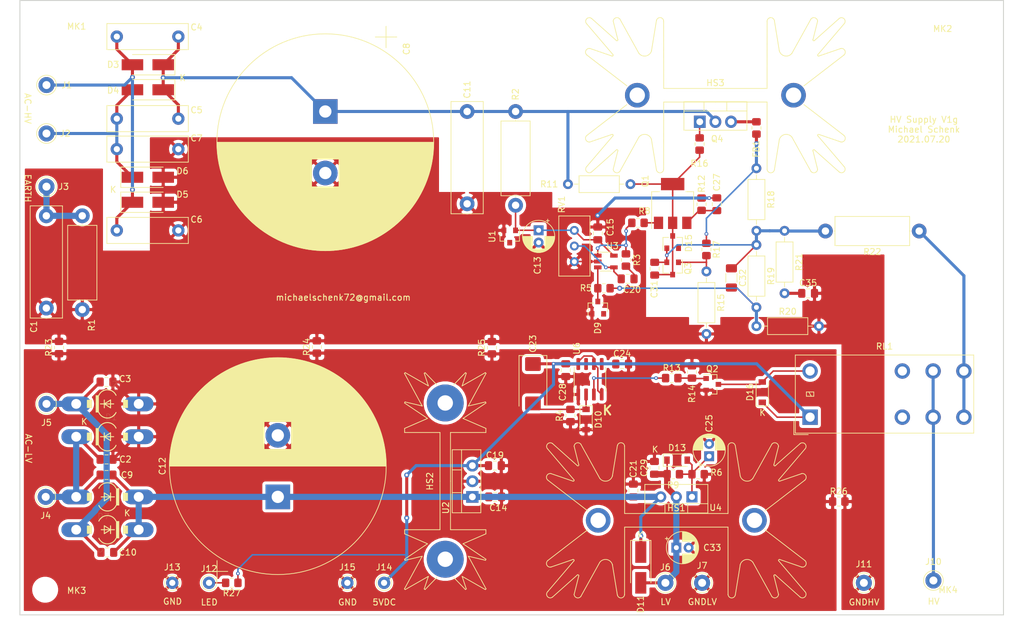
<source format=kicad_pcb>
(kicad_pcb (version 20171130) (host pcbnew 5.1.10-88a1d61d58~88~ubuntu16.04.1)
  (layers (0 F.Cu signal) (31 B.Cu signal) (34 B.Paste user) (35 F.Paste user) (36 B.SilkS user) (37 F.SilkS user) (38 B.Mask user) (39 F.Mask user) (44 Edge.Cuts user))
  (net 0 "")
  (net 1 "Net-(C1-Pad1)")
  (net 2 "Net-(Q1-Pad1)")
  (net 3 "Net-(C5-Pad2)")
  (net 4 "Net-(C10-Pad1)")
  (net 5 GND_LV)
  (net 6 +5VDC)
  (net 7 "Net-(Q3-Pad1)")
  (net 8 GND_HV)
  (net 9 "Net-(Q2-Pad1)")
  (net 10 HV)
  (net 11 "Net-(C24-Pad1)")
  (net 12 "Net-(C27-Pad1)")
  (net 13 "Net-(FB1-Pad2)")
  (net 14 "Net-(FB1-Pad1)")
  (net 15 "Net-(Q4-Pad1)")
  (net 16 "Net-(C2-Pad1)")
  (net 17 "Net-(C10-Pad2)")
  (net 18 "Net-(C4-Pad2)")
  (net 19 "Net-(C11-Pad2)")
  (net 20 "Net-(C13-Pad1)")
  (net 21 "Net-(C20-Pad2)")
  (net 22 "Net-(C20-Pad1)")
  (net 23 "Net-(C23-Pad2)")
  (net 24 "Net-(C25-Pad1)")
  (net 25 "Net-(C29-Pad1)")
  (net 26 "Net-(C31-Pad2)")
  (net 27 "Net-(J10-Pad1)")
  (net 28 "Net-(J12-Pad1)")
  (net 29 "Net-(R3-Pad2)")
  (net 30 "Net-(R13-Pad1)")
  (net 31 "Net-(C31-Pad1)")
  (net 32 "Net-(C32-Pad2)")
  (net 33 "Net-(C35-Pad1)")
  (net 34 "Net-(D16-Pad2)")
  (net 35 "Net-(D9-Pad3)")
  (module Package_TO_SOT_SMD:SOT-223-3_TabPin2 (layer F.Cu) (at 161.163 78.0665 90)
    (fp_text reference Q1 (at 3.6445 -4.445 90) (layer F.SilkS))
    (fp_text value IPN50R3K0CE)
    (pad 1 smd rect (at -3.15 -2.3 90) (size 2 1.5) (layers F.Cu F.Paste F.Mask) (net 2 "Net-(Q1-Pad1)"))
    (pad 3 smd rect (at -3.15 2.3 90) (size 2 1.5) (layers F.Cu F.Paste F.Mask) (net 12 "Net-(C27-Pad1)"))
    (pad 2 smd rect (at -3.15 0 90) (size 2 1.5) (layers F.Cu F.Paste F.Mask) (net 31 "Net-(C31-Pad1)"))
    (pad 2 smd rect (at 3.15 0 90) (size 2 3.8) (layers F.Cu F.Paste F.Mask) (net 31 "Net-(C31-Pad1)"))
  )
  (module Heatsink:Heatsink_Fischer_SK104-STC-STIC_35x13mm_2xDrill2.5mm (layer F.Cu) (at 124.206 123.19 90)
    (fp_text reference HS2 (at -0.025 -2.5 90) (layer F.SilkS))
    (fp_text value Heatsink)
    (pad 1 thru_hole circle (at -12.7 0 270) (size 6 6) (drill 2.5) (layers *.Cu *.Mask))
    (pad 1 thru_hole circle (at 12.7 0 90) (size 6 6) (drill 2.5) (layers *.Cu *.Mask))
  )
  (module Package_TO_SOT_SMD:SOT-23 (layer F.Cu) (at 161.1605 88.63 270)
    (fp_text reference Q3 (at 0 -2.5 90) (layer F.SilkS))
    (fp_text value MMBT3904-TP)
    (pad 3 smd rect (at 1 0 270) (size 0.9 0.8) (layers F.Cu F.Paste F.Mask) (net 31 "Net-(C31-Pad1)"))
    (pad 2 smd rect (at -1 0.95 270) (size 0.9 0.8) (layers F.Cu F.Paste F.Mask) (net 26 "Net-(C31-Pad2)"))
    (pad 1 smd rect (at -1 -0.95 270) (size 0.9 0.8) (layers F.Cu F.Paste F.Mask) (net 7 "Net-(Q3-Pad1)"))
  )
  (module Package_TO_SOT_SMD:SOT-23 (layer F.Cu) (at 167.602 107.465)
    (fp_text reference Q2 (at 0 -2.5) (layer F.SilkS))
    (fp_text value MMBT3904-TP)
    (pad 3 smd rect (at 1 0) (size 0.9 0.8) (layers F.Cu F.Paste F.Mask) (net 34 "Net-(D16-Pad2)"))
    (pad 2 smd rect (at -1 0.95) (size 0.9 0.8) (layers F.Cu F.Paste F.Mask) (net 5 GND_LV))
    (pad 1 smd rect (at -1 -0.95) (size 0.9 0.8) (layers F.Cu F.Paste F.Mask) (net 9 "Net-(Q2-Pad1)"))
  )
  (module Package_TO_SOT_SMD:TSOT-23-5 (layer F.Cu) (at 150.3064 87.5005)
    (fp_text reference U3 (at 1.0776 -2.5375) (layer F.SilkS))
    (fp_text value OPA188xxDBV)
    (pad 5 smd rect (at 1.31 -0.95) (size 1.22 0.65) (layers F.Cu F.Paste F.Mask) (net 20 "Net-(C13-Pad1)"))
    (pad 4 smd rect (at 1.31 0.95) (size 1.22 0.65) (layers F.Cu F.Paste F.Mask) (net 22 "Net-(C20-Pad1)"))
    (pad 3 smd rect (at -1.31 0.95) (size 1.22 0.65) (layers F.Cu F.Paste F.Mask) (net 35 "Net-(D9-Pad3)"))
    (pad 2 smd rect (at -1.31 0) (size 1.22 0.65) (layers F.Cu F.Paste F.Mask) (net 8 GND_HV))
    (pad 1 smd rect (at -1.31 -0.95) (size 1.22 0.65) (layers F.Cu F.Paste F.Mask) (net 29 "Net-(R3-Pad2)"))
  )
  (module Capacitor_THT:CP_Radial_D35.0mm_P10.00mm_SnapIn (layer F.Cu) (at 96.99 125.753 90)
    (fp_text reference C12 (at 5 -18.75 90) (layer F.SilkS))
    (fp_text value 22000uF/25V)
    (pad 2 thru_hole circle (at 10 0 90) (size 4 4) (drill 2) (layers *.Cu *.Mask) (net 5 GND_LV))
    (pad 1 thru_hole rect (at 0 0 90) (size 4 4) (drill 2) (layers *.Cu *.Mask) (net 4 "Net-(C10-Pad1)"))
  )
  (module Package_TO_SOT_THT:TO-220-3_Vertical (layer F.Cu) (at 128.613 125.753 90)
    (fp_text reference U2 (at -1.778 -4.318 90) (layer F.SilkS))
    (fp_text value LM7805_TO220)
    (pad 1 thru_hole rect (at 0 0 90) (size 1.905 2) (drill 1.1) (layers *.Cu *.Mask) (net 4 "Net-(C10-Pad1)"))
    (pad 2 thru_hole oval (at 2.54 0 90) (size 1.905 2) (drill 1.1) (layers *.Cu *.Mask) (net 5 GND_LV))
    (pad 3 thru_hole oval (at 5.08 0 90) (size 1.905 2) (drill 1.1) (layers *.Cu *.Mask) (net 6 +5VDC))
  )
  (module Heatsink:Heatsink_Fischer_SK129-STS_42x25mm_2xDrill2.5mm (layer F.Cu) (at 168.11 60.475)
    (fp_text reference HS3 (at 0 -2) (layer F.SilkS))
    (fp_text value Heatsink)
    (pad 1 thru_hole circle (at -12.7 0 180) (size 4 4) (drill 2.5) (layers *.Cu *.Mask))
    (pad 1 thru_hole circle (at 12.7 0) (size 4 4) (drill 2.5) (layers *.Cu *.Mask))
  )
  (module Heatsink:Heatsink_Fischer_SK129-STS_42x25mm_2xDrill2.5mm (layer F.Cu) (at 161.76 129.563)
    (fp_text reference HS1 (at 0 -2) (layer F.SilkS))
    (fp_text value Heatsink)
    (pad 1 thru_hole circle (at -12.7 0 180) (size 4 4) (drill 2.5) (layers *.Cu *.Mask))
    (pad 1 thru_hole circle (at 12.7 0) (size 4 4) (drill 2.5) (layers *.Cu *.Mask))
  )
  (module Diode_SMD:D_SMA_Handsoldering (layer F.Cu) (at 155.9815 137.223 270)
    (fp_text reference D11 (at 5.9695 0.0255 90) (layer F.SilkS))
    (fp_text value 1N4007)
    (pad 2 smd rect (at 2.5 0 270) (size 3.5 1.8) (layers F.Cu F.Paste F.Mask) (net 25 "Net-(C29-Pad1)"))
    (pad 1 smd rect (at -2.5 0 270) (size 3.5 1.8) (layers F.Cu F.Paste F.Mask) (net 4 "Net-(C10-Pad1)"))
  )
  (module Resistor_THT:R_Axial_DIN0414_L11.9mm_D4.5mm_P15.24mm_Horizontal (layer F.Cu) (at 201.2315 82.55 180)
    (fp_text reference R22 (at 7.62 -3.37) (layer F.SilkS))
    (fp_text value 330R2W)
    (pad 2 thru_hole oval (at 15.24 0 180) (size 2.4 2.4) (drill 1.2) (layers *.Cu *.Mask) (net 26 "Net-(C31-Pad2)"))
    (pad 1 thru_hole circle (at 0 0 180) (size 2.4 2.4) (drill 1.2) (layers *.Cu *.Mask) (net 10 HV))
  )
  (module kicad-snk:SOD64-10 (layer F.Cu) (at 69.304 110.64)
    (fp_text reference D2 (at 0.63569 -3.17845) (layer F.SilkS) (effects (font (size 1.001087 1.001087) (thickness 0.015))))
    (fp_text value BYV98-200)
    (pad 1 thru_hole oval (at -5.08 0) (size 4.8006 2.4003) (drill 1.6002) (layers *.Cu *.Mask) (net 17 "Net-(C10-Pad2)"))
    (pad 2 thru_hole oval (at 5.08 0) (size 4.8006 2.4003) (drill 1.6002) (layers *.Cu *.Mask) (net 5 GND_LV))
  )
  (module kicad-snk:SOD64-10 (layer F.Cu) (at 69.304 131.087 180)
    (fp_text reference D8 (at 0.63569 -3.17845) (layer F.SilkS) (effects (font (size 1.001087 1.001087) (thickness 0.015))))
    (fp_text value BYV98-200)
    (pad 1 thru_hole oval (at -5.08 0 180) (size 4.8006 2.4003) (drill 1.6002) (layers *.Cu *.Mask) (net 4 "Net-(C10-Pad1)"))
    (pad 2 thru_hole oval (at 5.08 0 180) (size 4.8006 2.4003) (drill 1.6002) (layers *.Cu *.Mask) (net 17 "Net-(C10-Pad2)"))
  )
  (module kicad-snk:SOD64-10 (layer F.Cu) (at 69.304 125.753 180)
    (fp_text reference D7 (at 0.63569 -3.17845) (layer F.SilkS) (effects (font (size 1.001087 1.001087) (thickness 0.015))))
    (fp_text value BYV98-200)
    (pad 1 thru_hole oval (at -5.08 0 180) (size 4.8006 2.4003) (drill 1.6002) (layers *.Cu *.Mask) (net 4 "Net-(C10-Pad1)"))
    (pad 2 thru_hole oval (at 5.08 0 180) (size 4.8006 2.4003) (drill 1.6002) (layers *.Cu *.Mask) (net 16 "Net-(C2-Pad1)"))
  )
  (module kicad-snk:SOD64-10 (layer F.Cu) (at 69.304 115.974)
    (fp_text reference D1 (at 0.63569 -3.17845) (layer F.SilkS) (effects (font (size 1.001087 1.001087) (thickness 0.015))))
    (fp_text value BYV98-200)
    (pad 1 thru_hole oval (at -5.08 0) (size 4.8006 2.4003) (drill 1.6002) (layers *.Cu *.Mask) (net 16 "Net-(C2-Pad1)"))
    (pad 2 thru_hole oval (at 5.08 0) (size 4.8006 2.4003) (drill 1.6002) (layers *.Cu *.Mask) (net 5 GND_LV))
  )
  (module Diode_SMD:D_SOD-123 (layer F.Cu) (at 161.886 119.784)
    (fp_text reference D13 (at 0 -2) (layer F.SilkS))
    (fp_text value 1N4148W)
    (pad 2 smd rect (at 1.65 0) (size 0.9 1.2) (layers F.Cu F.Paste F.Mask) (net 24 "Net-(C25-Pad1)"))
    (pad 1 smd rect (at -1.65 0) (size 0.9 1.2) (layers F.Cu F.Paste F.Mask) (net 25 "Net-(C29-Pad1)"))
  )
  (module Capacitor_THT:CP_Radial_D5.0mm_P2.00mm (layer F.Cu) (at 167.094 119.149 90)
    (fp_text reference C25 (at 5.334 0 90) (layer F.SilkS))
    (fp_text value 10uF/25V)
    (pad 2 thru_hole circle (at 2 0 90) (size 1.6 1.6) (drill 0.8) (layers *.Cu *.Mask) (net 5 GND_LV))
    (pad 1 thru_hole rect (at 0 0 90) (size 1.6 1.6) (drill 0.8) (layers *.Cu *.Mask) (net 24 "Net-(C25-Pad1)"))
  )
  (module Resistor_SMD:R_0805_2012Metric_Pad1.20x1.40mm_HandSolder (layer F.Cu) (at 61.43 101.48 90)
    (fp_text reference R23 (at 0 -1.65 90) (layer F.SilkS))
    (fp_text value 1R/0.5W)
    (pad 2 smd roundrect (at 1 0 90) (size 1.2 1.4) (layers F.Cu F.Paste F.Mask) (roundrect_rratio 0.2083325) (net 8 GND_HV))
    (pad 1 smd roundrect (at -1 0 90) (size 1.2 1.4) (layers F.Cu F.Paste F.Mask) (roundrect_rratio 0.2083325) (net 5 GND_LV))
  )
  (module Resistor_THT:R_Axial_DIN0414_L11.9mm_D4.5mm_P15.24mm_Horizontal (layer F.Cu) (at 65.2145 80.0735 270)
    (fp_text reference R1 (at 17.78 -1.524 90) (layer F.SilkS))
    (fp_text value 100R/2W)
    (pad 2 thru_hole oval (at 15.24 0 270) (size 2.4 2.4) (drill 1.2) (layers *.Cu *.Mask) (net 8 GND_HV))
    (pad 1 thru_hole circle (at 0 0 270) (size 2.4 2.4) (drill 1.2) (layers *.Cu *.Mask) (net 1 "Net-(C1-Pad1)"))
  )
  (module Diode_SMD:D_SMA_Handsoldering (layer F.Cu) (at 75.868 59.586 180)
    (fp_text reference D4 (at 5.637 -0.104) (layer F.SilkS))
    (fp_text value BYG20J)
    (pad 2 smd rect (at 2.5 0 180) (size 3.5 1.8) (layers F.Cu F.Paste F.Mask) (net 3 "Net-(C5-Pad2)"))
    (pad 1 smd rect (at -2.5 0 180) (size 3.5 1.8) (layers F.Cu F.Paste F.Mask) (net 19 "Net-(C11-Pad2)"))
  )
  (module Diode_SMD:D_SMA_Handsoldering (layer F.Cu) (at 75.868 73.81)
    (fp_text reference D6 (at 5.628 -1.016) (layer F.SilkS))
    (fp_text value BYG20J)
    (pad 2 smd rect (at 2.5 0) (size 3.5 1.8) (layers F.Cu F.Paste F.Mask) (net 8 GND_HV))
    (pad 1 smd rect (at -2.5 0) (size 3.5 1.8) (layers F.Cu F.Paste F.Mask) (net 3 "Net-(C5-Pad2)"))
  )
  (module Diode_SMD:D_SMA_Handsoldering (layer F.Cu) (at 75.868 77.874)
    (fp_text reference D5 (at 5.628 -1.27) (layer F.SilkS))
    (fp_text value BYG20J)
    (pad 2 smd rect (at 2.5 0) (size 3.5 1.8) (layers F.Cu F.Paste F.Mask) (net 8 GND_HV))
    (pad 1 smd rect (at -2.5 0) (size 3.5 1.8) (layers F.Cu F.Paste F.Mask) (net 18 "Net-(C4-Pad2)"))
  )
  (module Diode_SMD:D_SMA_Handsoldering (layer F.Cu) (at 75.868 55.522 180)
    (fp_text reference D3 (at 5.637 0.023) (layer F.SilkS))
    (fp_text value BYG20J)
    (pad 2 smd rect (at 2.5 0 180) (size 3.5 1.8) (layers F.Cu F.Paste F.Mask) (net 18 "Net-(C4-Pad2)"))
    (pad 1 smd rect (at -2.5 0 180) (size 3.5 1.8) (layers F.Cu F.Paste F.Mask) (net 19 "Net-(C11-Pad2)"))
  )
  (module Capacitor_THT:C_Rect_L13.0mm_W4.0mm_P10.00mm_FKS3_FKP3_MKS4 (layer F.Cu) (at 80.828 69.238 180)
    (fp_text reference C7 (at -2.954 1.778) (layer F.SilkS))
    (fp_text value 10nF/630V)
    (pad 2 thru_hole circle (at 10 0 180) (size 2 2) (drill 1) (layers *.Cu *.Mask) (net 3 "Net-(C5-Pad2)"))
    (pad 1 thru_hole circle (at 0 0 180) (size 2 2) (drill 1) (layers *.Cu *.Mask) (net 8 GND_HV))
  )
  (module Capacitor_THT:C_Rect_L13.0mm_W4.0mm_P10.00mm_FKS3_FKP3_MKS4 (layer F.Cu) (at 80.828 82.446 180)
    (fp_text reference C6 (at -2.954 1.778) (layer F.SilkS))
    (fp_text value 10nF/630V)
    (pad 2 thru_hole circle (at 10 0 180) (size 2 2) (drill 1) (layers *.Cu *.Mask) (net 18 "Net-(C4-Pad2)"))
    (pad 1 thru_hole circle (at 0 0 180) (size 2 2) (drill 1) (layers *.Cu *.Mask) (net 8 GND_HV))
  )
  (module Capacitor_THT:C_Rect_L13.0mm_W4.0mm_P10.00mm_FKS3_FKP3_MKS4 (layer F.Cu) (at 80.828 64.285 180)
    (fp_text reference C5 (at -2.954 1.397) (layer F.SilkS))
    (fp_text value 10nF/630V)
    (pad 2 thru_hole circle (at 10 0 180) (size 2 2) (drill 1) (layers *.Cu *.Mask) (net 3 "Net-(C5-Pad2)"))
    (pad 1 thru_hole circle (at 0 0 180) (size 2 2) (drill 1) (layers *.Cu *.Mask) (net 19 "Net-(C11-Pad2)"))
  )
  (module Capacitor_THT:C_Rect_L13.0mm_W4.0mm_P10.00mm_FKS3_FKP3_MKS4 (layer F.Cu) (at 80.828 50.95 180)
    (fp_text reference C4 (at -2.954 1.524) (layer F.SilkS))
    (fp_text value 10nF/630V)
    (pad 2 thru_hole circle (at 10 0 180) (size 2 2) (drill 1) (layers *.Cu *.Mask) (net 18 "Net-(C4-Pad2)"))
    (pad 1 thru_hole circle (at 0 0 180) (size 2 2) (drill 1) (layers *.Cu *.Mask) (net 19 "Net-(C11-Pad2)"))
  )
  (module Package_SO:SOIC-8_3.9x4.9mm_P1.27mm (layer F.Cu) (at 147.7265 106.638 90)
    (fp_text reference U6 (at 5.015 -2.159 90) (layer F.SilkS))
    (fp_text value TLC555CDR)
    (pad 8 smd roundrect (at 2.475 -1.905 90) (size 1.95 0.6) (layers F.Cu F.Paste F.Mask) (net 6 +5VDC))
    (pad 7 smd roundrect (at 2.475 -0.635 90) (size 1.95 0.6) (layers F.Cu F.Paste F.Mask))
    (pad 6 smd roundrect (at 2.475 0.635 90) (size 1.95 0.6) (layers F.Cu F.Paste F.Mask) (net 6 +5VDC))
    (pad 5 smd roundrect (at 2.475 1.905 90) (size 1.95 0.6) (layers F.Cu F.Paste F.Mask) (net 11 "Net-(C24-Pad1)"))
    (pad 4 smd roundrect (at -2.475 1.905 90) (size 1.95 0.6) (layers F.Cu F.Paste F.Mask) (net 6 +5VDC))
    (pad 3 smd roundrect (at -2.475 0.635 90) (size 1.95 0.6) (layers F.Cu F.Paste F.Mask) (net 30 "Net-(R13-Pad1)"))
    (pad 2 smd roundrect (at -2.475 -0.635 90) (size 1.95 0.6) (layers F.Cu F.Paste F.Mask) (net 23 "Net-(C23-Pad2)"))
    (pad 1 smd roundrect (at -2.475 -1.905 90) (size 1.95 0.6) (layers F.Cu F.Paste F.Mask) (net 5 GND_LV))
  )
  (module Resistor_SMD:R_0805_2012Metric_Pad1.20x1.40mm_HandSolder (layer F.Cu) (at 165.5445 68.4055 90)
    (fp_text reference R16 (at -3.168 -0.0255) (layer F.SilkS))
    (fp_text value "100R 1/8W")
    (pad 2 smd roundrect (at 1 0 90) (size 1.2 1.4) (layers F.Cu F.Paste F.Mask) (roundrect_rratio 0.2083325) (net 15 "Net-(Q4-Pad1)"))
    (pad 1 smd roundrect (at -1 0 90) (size 1.2 1.4) (layers F.Cu F.Paste F.Mask) (roundrect_rratio 0.2083325) (net 31 "Net-(C31-Pad1)"))
  )
  (module Resistor_THT:R_Axial_DIN0207_L6.3mm_D2.5mm_P10.16mm_Horizontal (layer F.Cu) (at 166.6495 89.1135 270)
    (fp_text reference R15 (at 5.08 -2.37 90) (layer F.SilkS))
    (fp_text value 330k/0.6W)
    (pad 2 thru_hole oval (at 10.16 0 270) (size 1.6 1.6) (drill 0.8) (layers *.Cu *.Mask) (net 8 GND_HV))
    (pad 1 thru_hole circle (at 0 0 270) (size 1.6 1.6) (drill 0.8) (layers *.Cu *.Mask) (net 7 "Net-(Q3-Pad1)"))
  )
  (module Resistor_THT:R_Axial_DIN0207_L6.3mm_D2.5mm_P10.16mm_Horizontal (layer F.Cu) (at 144.145 74.93)
    (fp_text reference R11 (at -3.048 0) (layer F.SilkS))
    (fp_text value 470k/0.6W)
    (pad 2 thru_hole oval (at 10.16 0) (size 1.6 1.6) (drill 0.8) (layers *.Cu *.Mask) (net 31 "Net-(C31-Pad1)"))
    (pad 1 thru_hole circle (at 0 0) (size 1.6 1.6) (drill 0.8) (layers *.Cu *.Mask) (net 19 "Net-(C11-Pad2)"))
  )
  (module Resistor_THT:R_Axial_DIN0207_L6.3mm_D2.5mm_P10.16mm_Horizontal (layer F.Cu) (at 174.7775 72.3495 270)
    (fp_text reference R18 (at 5.08 -2.37 90) (layer F.SilkS))
    (fp_text value 47R/0.6W)
    (pad 2 thru_hole oval (at 10.16 0 270) (size 1.6 1.6) (drill 0.8) (layers *.Cu *.Mask) (net 26 "Net-(C31-Pad2)"))
    (pad 1 thru_hole circle (at 0 0 270) (size 1.6 1.6) (drill 0.8) (layers *.Cu *.Mask) (net 13 "Net-(FB1-Pad2)"))
  )
  (module Resistor_SMD:R_0805_2012Metric_Pad1.20x1.40mm_HandSolder (layer F.Cu) (at 174.7775 65.793 270)
    (fp_text reference FB1 (at 3.422 0.0255 90) (layer F.SilkS))
    (fp_text value 600R@100MHz)
    (pad 2 smd roundrect (at 1 0 270) (size 1.2 1.4) (layers F.Cu F.Paste F.Mask) (roundrect_rratio 0.2083325) (net 13 "Net-(FB1-Pad2)"))
    (pad 1 smd roundrect (at -1 0 270) (size 1.2 1.4) (layers F.Cu F.Paste F.Mask) (roundrect_rratio 0.2083325) (net 14 "Net-(FB1-Pad1)"))
  )
  (module Capacitor_SMD:C_1206_3216Metric_Pad1.33x1.80mm_HandSolder (layer F.Cu) (at 170.7135 90.168 270)
    (fp_text reference C32 (at 0 -1.85 90) (layer F.SilkS))
    (fp_text value 10pF/500V)
    (pad 2 smd roundrect (at 1.5625 0 270) (size 1.325 1.8) (layers F.Cu F.Paste F.Mask) (roundrect_rratio 0.1886769811320755) (net 32 "Net-(C32-Pad2)"))
    (pad 1 smd roundrect (at -1.5625 0 270) (size 1.325 1.8) (layers F.Cu F.Paste F.Mask) (roundrect_rratio 0.1886769811320755) (net 26 "Net-(C31-Pad2)"))
  )
  (module Capacitor_SMD:C_0805_2012Metric_Pad1.18x1.45mm_HandSolder (layer F.Cu) (at 183.181 92.6695)
    (fp_text reference C35 (at 0 -1.68) (layer F.SilkS))
    (fp_text value 470pF/500V)
    (pad 2 smd roundrect (at 1.0375 0) (size 1.175 1.45) (layers F.Cu F.Paste F.Mask) (roundrect_rratio 0.2127659574468085) (net 8 GND_HV))
    (pad 1 smd roundrect (at -1.0375 0) (size 1.175 1.45) (layers F.Cu F.Paste F.Mask) (roundrect_rratio 0.2127659574468085) (net 33 "Net-(C35-Pad1)"))
  )
  (module Package_TO_SOT_THT:TO-220-3_Vertical (layer F.Cu) (at 165.57 64.793)
    (fp_text reference Q4 (at 2.832 2.771) (layer F.SilkS))
    (fp_text value IRF840)
    (pad 3 thru_hole oval (at 5.08 0) (size 1.905 2) (drill 1.1) (layers *.Cu *.Mask) (net 14 "Net-(FB1-Pad1)"))
    (pad 2 thru_hole oval (at 2.54 0) (size 1.905 2) (drill 1.1) (layers *.Cu *.Mask) (net 19 "Net-(C11-Pad2)"))
    (pad 1 thru_hole rect (at 0 0) (size 1.905 2) (drill 1.1) (layers *.Cu *.Mask) (net 15 "Net-(Q4-Pad1)"))
  )
  (module Resistor_SMD:R_0805_2012Metric_Pad1.20x1.40mm_HandSolder (layer F.Cu) (at 188.16 126.515)
    (fp_text reference R26 (at 0 -1.65) (layer F.SilkS))
    (fp_text value 1R/0.5W)
    (pad 2 smd roundrect (at 1 0) (size 1.2 1.4) (layers F.Cu F.Paste F.Mask) (roundrect_rratio 0.2083325) (net 8 GND_HV))
    (pad 1 smd roundrect (at -1 0) (size 1.2 1.4) (layers F.Cu F.Paste F.Mask) (roundrect_rratio 0.2083325) (net 5 GND_LV))
  )
  (module Resistor_SMD:R_0805_2012Metric_Pad1.20x1.40mm_HandSolder (layer F.Cu) (at 131.788 101.512 90)
    (fp_text reference R25 (at 0 -1.65 90) (layer F.SilkS))
    (fp_text value 1R/0.5W)
    (pad 2 smd roundrect (at 1 0 90) (size 1.2 1.4) (layers F.Cu F.Paste F.Mask) (roundrect_rratio 0.2083325) (net 8 GND_HV))
    (pad 1 smd roundrect (at -1 0 90) (size 1.2 1.4) (layers F.Cu F.Paste F.Mask) (roundrect_rratio 0.2083325) (net 5 GND_LV))
  )
  (module Resistor_SMD:R_0805_2012Metric_Pad1.20x1.40mm_HandSolder (layer F.Cu) (at 103.34 101.385 90)
    (fp_text reference R24 (at 0 -1.65 90) (layer F.SilkS))
    (fp_text value 1R/0.5W)
    (pad 2 smd roundrect (at 1 0 90) (size 1.2 1.4) (layers F.Cu F.Paste F.Mask) (roundrect_rratio 0.2083325) (net 8 GND_HV))
    (pad 1 smd roundrect (at -1 0 90) (size 1.2 1.4) (layers F.Cu F.Paste F.Mask) (roundrect_rratio 0.2083325) (net 5 GND_LV))
  )
  (module Resistor_SMD:R_0805_2012Metric_Pad1.20x1.40mm_HandSolder (layer F.Cu) (at 166.6495 85.5415 270)
    (fp_text reference R17 (at 0 -1.65 90) (layer F.SilkS))
    (fp_text value 3k3,1/8W)
    (pad 2 smd roundrect (at 1 0 270) (size 1.2 1.4) (layers F.Cu F.Paste F.Mask) (roundrect_rratio 0.2083325) (net 7 "Net-(Q3-Pad1)"))
    (pad 1 smd roundrect (at -1 0 270) (size 1.2 1.4) (layers F.Cu F.Paste F.Mask) (roundrect_rratio 0.2083325) (net 13 "Net-(FB1-Pad2)"))
  )
  (module Resistor_SMD:R_0805_2012Metric_Pad1.20x1.40mm_HandSolder (layer F.Cu) (at 161.268 122.07)
    (fp_text reference R9 (at -0.016 1.778) (layer F.SilkS))
    (fp_text value "240R 1/8W")
    (pad 2 smd roundrect (at 1 0) (size 1.2 1.4) (layers F.Cu F.Paste F.Mask) (roundrect_rratio 0.2083325) (net 24 "Net-(C25-Pad1)"))
    (pad 1 smd roundrect (at -1 0) (size 1.2 1.4) (layers F.Cu F.Paste F.Mask) (roundrect_rratio 0.2083325) (net 25 "Net-(C29-Pad1)"))
  )
  (module Resistor_SMD:R_0805_2012Metric_Pad1.20x1.40mm_HandSolder (layer F.Cu) (at 165.3 122.07)
    (fp_text reference R6 (at 2.975 -0.277) (layer F.SilkS))
    (fp_text value "976R 1/8W")
    (pad 2 smd roundrect (at 1 0) (size 1.2 1.4) (layers F.Cu F.Paste F.Mask) (roundrect_rratio 0.2083325) (net 5 GND_LV))
    (pad 1 smd roundrect (at -1 0) (size 1.2 1.4) (layers F.Cu F.Paste F.Mask) (roundrect_rratio 0.2083325) (net 24 "Net-(C25-Pad1)"))
  )
  (module Resistor_SMD:R_0805_2012Metric_Pad1.20x1.40mm_HandSolder (layer F.Cu) (at 89.513 139.723 180)
    (fp_text reference R27 (at 0 -1.65) (layer F.SilkS))
    (fp_text value "470R 1/8W")
    (pad 2 smd roundrect (at 1 0 180) (size 1.2 1.4) (layers F.Cu F.Paste F.Mask) (roundrect_rratio 0.2083325) (net 28 "Net-(J12-Pad1)"))
    (pad 1 smd roundrect (at -1 0 180) (size 1.2 1.4) (layers F.Cu F.Paste F.Mask) (roundrect_rratio 0.2083325) (net 6 +5VDC))
  )
  (module Resistor_SMD:R_0805_2012Metric_Pad1.20x1.40mm_HandSolder (layer F.Cu) (at 164.3 105.449 270)
    (fp_text reference R14 (at 3.572 0 90) (layer F.SilkS))
    (fp_text value "2.49k 1/8W")
    (pad 2 smd roundrect (at 1 0 270) (size 1.2 1.4) (layers F.Cu F.Paste F.Mask) (roundrect_rratio 0.2083325) (net 9 "Net-(Q2-Pad1)"))
    (pad 1 smd roundrect (at -1 0 270) (size 1.2 1.4) (layers F.Cu F.Paste F.Mask) (roundrect_rratio 0.2083325) (net 5 GND_LV))
  )
  (module Resistor_SMD:R_0805_2012Metric_Pad1.20x1.40mm_HandSolder (layer F.Cu) (at 161.014 106.449)
    (fp_text reference R13 (at 0 -1.65) (layer F.SilkS))
    (fp_text value "2.49k 1/8W")
    (pad 2 smd roundrect (at 1 0) (size 1.2 1.4) (layers F.Cu F.Paste F.Mask) (roundrect_rratio 0.2083325) (net 9 "Net-(Q2-Pad1)"))
    (pad 1 smd roundrect (at -1 0) (size 1.2 1.4) (layers F.Cu F.Paste F.Mask) (roundrect_rratio 0.2083325) (net 30 "Net-(R13-Pad1)"))
  )
  (module Resistor_SMD:R_0805_2012Metric_Pad1.20x1.40mm_HandSolder (layer F.Cu) (at 144.5515 112.529 270)
    (fp_text reference R4 (at 0.016 1.778 90) (layer F.SilkS))
    (fp_text value "1Meg 1/8W")
    (pad 2 smd roundrect (at 1 0 270) (size 1.2 1.4) (layers F.Cu F.Paste F.Mask) (roundrect_rratio 0.2083325) (net 5 GND_LV))
    (pad 1 smd roundrect (at -1 0 270) (size 1.2 1.4) (layers F.Cu F.Paste F.Mask) (roundrect_rratio 0.2083325) (net 23 "Net-(C23-Pad2)"))
  )
  (module Capacitor_SMD:C_0805_2012Metric_Pad1.18x1.45mm_HandSolder (layer F.Cu) (at 158.204 121.0325 90)
    (fp_text reference C29 (at 0 -1.68 90) (layer F.SilkS))
    (fp_text value 100nF/50V)
    (pad 2 smd roundrect (at 1.0375 0 90) (size 1.175 1.45) (layers F.Cu F.Paste F.Mask) (roundrect_rratio 0.2127659574468085) (net 5 GND_LV))
    (pad 1 smd roundrect (at -1.0375 0 90) (size 1.175 1.45) (layers F.Cu F.Paste F.Mask) (roundrect_rratio 0.2127659574468085) (net 25 "Net-(C29-Pad1)"))
  )
  (module Capacitor_SMD:C_0805_2012Metric_Pad1.18x1.45mm_HandSolder (layer F.Cu) (at 154.775 124.7155 90)
    (fp_text reference C21 (at 3.5345 0 90) (layer F.SilkS))
    (fp_text value 100nF/50V)
    (pad 2 smd roundrect (at 1.0375 0 90) (size 1.175 1.45) (layers F.Cu F.Paste F.Mask) (roundrect_rratio 0.2127659574468085) (net 5 GND_LV))
    (pad 1 smd roundrect (at -1.0375 0 90) (size 1.175 1.45) (layers F.Cu F.Paste F.Mask) (roundrect_rratio 0.2127659574468085) (net 4 "Net-(C10-Pad1)"))
  )
  (module Capacitor_SMD:C_0805_2012Metric_Pad1.18x1.45mm_HandSolder (layer F.Cu) (at 143.7895 105.1575 270)
    (fp_text reference C28 (at 3.5775 0.508 90) (layer F.SilkS))
    (fp_text value 100nF/50V)
    (pad 2 smd roundrect (at 1.0375 0 270) (size 1.175 1.45) (layers F.Cu F.Paste F.Mask) (roundrect_rratio 0.2127659574468085) (net 5 GND_LV))
    (pad 1 smd roundrect (at -1.0375 0 270) (size 1.175 1.45) (layers F.Cu F.Paste F.Mask) (roundrect_rratio 0.2127659574468085) (net 6 +5VDC))
  )
  (module Capacitor_SMD:C_0805_2012Metric_Pad1.18x1.45mm_HandSolder (layer F.Cu) (at 152.955 104.163)
    (fp_text reference C24 (at 0 -1.68) (layer F.SilkS))
    (fp_text value 100nF/50V)
    (pad 2 smd roundrect (at 1.0375 0) (size 1.175 1.45) (layers F.Cu F.Paste F.Mask) (roundrect_rratio 0.2127659574468085) (net 5 GND_LV))
    (pad 1 smd roundrect (at -1.0375 0) (size 1.175 1.45) (layers F.Cu F.Paste F.Mask) (roundrect_rratio 0.2127659574468085) (net 11 "Net-(C24-Pad1)"))
  )
  (module Capacitor_SMD:C_0805_2012Metric_Pad1.18x1.45mm_HandSolder (layer F.Cu) (at 132.2745 120.673)
    (fp_text reference C19 (at 0 -1.68) (layer F.SilkS))
    (fp_text value 100nF/50V)
    (pad 1 smd roundrect (at -1.0375 0) (size 1.175 1.45) (layers F.Cu F.Paste F.Mask) (roundrect_rratio 0.2127659574468085) (net 6 +5VDC))
    (pad 2 smd roundrect (at 1.0375 0) (size 1.175 1.45) (layers F.Cu F.Paste F.Mask) (roundrect_rratio 0.2127659574468085) (net 5 GND_LV))
  )
  (module Capacitor_SMD:C_0805_2012Metric_Pad1.18x1.45mm_HandSolder (layer F.Cu) (at 132.3175 125.753)
    (fp_text reference C14 (at 0.508 1.778) (layer F.SilkS))
    (fp_text value 330nF/50V)
    (pad 1 smd roundrect (at -1.0375 0) (size 1.175 1.45) (layers F.Cu F.Paste F.Mask) (roundrect_rratio 0.2127659574468085) (net 4 "Net-(C10-Pad1)"))
    (pad 2 smd roundrect (at 1.0375 0) (size 1.175 1.45) (layers F.Cu F.Paste F.Mask) (roundrect_rratio 0.2127659574468085) (net 5 GND_LV))
  )
  (module Connector_Pin:Pin_D1.3mm_L11.0mm (layer F.Cu) (at 165.951 139.723)
    (fp_text reference J7 (at 0 -2.794) (layer F.SilkS))
    (fp_text value GND_LV1)
    (pad 1 thru_hole circle (at 0 0) (size 2.6 2.6) (drill 1.3) (layers *.Cu *.Mask) (net 5 GND_LV))
  )
  (module Connector_Pin:Pin_D1.3mm_L11.0mm (layer F.Cu) (at 159.982 139.723)
    (fp_text reference J6 (at 0 -2.54) (layer F.SilkS))
    (fp_text value LV1)
    (pad 1 thru_hole circle (at 0 0) (size 2.6 2.6) (drill 1.3) (layers *.Cu *.Mask) (net 25 "Net-(C29-Pad1)"))
  )
  (module Connector_Pin:Pin_D1.3mm_L11.0mm (layer F.Cu) (at 59.398 110.64)
    (fp_text reference J5 (at 0 3.048) (layer F.SilkS))
    (fp_text value AC-LV)
    (pad 1 thru_hole circle (at 0 0) (size 2.6 2.6) (drill 1.3) (layers *.Cu *.Mask) (net 17 "Net-(C10-Pad2)"))
  )
  (module Connector_Pin:Pin_D1.3mm_L11.0mm (layer F.Cu) (at 59.271 125.753)
    (fp_text reference J4 (at 0 3.048) (layer F.SilkS))
    (fp_text value AC-LV)
    (pad 1 thru_hole circle (at 0 0) (size 2.6 2.6) (drill 1.3) (layers *.Cu *.Mask) (net 16 "Net-(C2-Pad1)"))
  )
  (module Connector_Pin:Pin_D1.3mm_L11.0mm (layer F.Cu) (at 59.398 75.334)
    (fp_text reference J3 (at 2.794 0) (layer F.SilkS))
    (fp_text value EARTH)
    (pad 1 thru_hole circle (at 0 0) (size 2.6 2.6) (drill 1.3) (layers *.Cu *.Mask) (net 1 "Net-(C1-Pad1)"))
  )
  (module Connector_Pin:Pin_D1.3mm_L11.0mm (layer F.Cu) (at 59.398 66.698)
    (fp_text reference J2 (at 3.048 0) (layer F.SilkS))
    (fp_text value AC-HV)
    (pad 1 thru_hole circle (at 0 0) (size 2.6 2.6) (drill 1.3) (layers *.Cu *.Mask) (net 3 "Net-(C5-Pad2)"))
  )
  (module Connector_Pin:Pin_D1.3mm_L11.0mm (layer F.Cu) (at 59.398 58.824)
    (fp_text reference J1 (at 3.302 0) (layer F.SilkS))
    (fp_text value AC-HV)
    (pad 1 thru_hole circle (at 0 0) (size 2.6 2.6) (drill 1.3) (layers *.Cu *.Mask) (net 18 "Net-(C4-Pad2)"))
  )
  (module Capacitor_THT:CP_Radial_D5.0mm_P2.00mm (layer F.Cu) (at 161.76 134.008)
    (fp_text reference C33 (at 5.842 0) (layer F.SilkS))
    (fp_text value 1uF/25V)
    (pad 2 thru_hole circle (at 2 0) (size 1.6 1.6) (drill 0.8) (layers *.Cu *.Mask) (net 5 GND_LV))
    (pad 1 thru_hole rect (at 0 0) (size 1.6 1.6) (drill 0.8) (layers *.Cu *.Mask) (net 25 "Net-(C29-Pad1)"))
  )
  (module Capacitor_Tantalum_SMD:CP_EIA-7343-31_Kemet-D_Pad2.25x2.55mm_HandSolder (layer F.Cu) (at 138.4555 107.363 270)
    (fp_text reference C23 (at -6.502 0 90) (layer F.SilkS))
    (fp_text value 15uF/25V)
    (pad 2 smd roundrect (at 3.2 0 270) (size 2.25 2.55) (layers F.Cu F.Paste F.Mask) (roundrect_rratio 0.1111106666666667) (net 23 "Net-(C23-Pad2)"))
    (pad 1 smd roundrect (at -3.2 0 270) (size 2.25 2.55) (layers F.Cu F.Paste F.Mask) (roundrect_rratio 0.1111106666666667) (net 6 +5VDC))
  )
  (module Package_TO_SOT_SMD:SOT-23 (layer F.Cu) (at 134.6835 83.439 270)
    (fp_text reference U1 (at 0 2.86 90) (layer F.SilkS))
    (fp_text value LM4040DBZ-10)
    (pad 3 smd rect (at 1 0 270) (size 0.9 0.8) (layers F.Cu F.Paste F.Mask))
    (pad 2 smd rect (at -1 0.95 270) (size 0.9 0.8) (layers F.Cu F.Paste F.Mask) (net 8 GND_HV))
    (pad 1 smd rect (at -1 -0.95 270) (size 0.9 0.8) (layers F.Cu F.Paste F.Mask) (net 20 "Net-(C13-Pad1)"))
  )
  (module Potentiometer_THT:Potentiometer_Bourns_3296W_Vertical (layer F.Cu) (at 145.1865 82.446 90)
    (fp_text reference RV1 (at 4.214 -2.0575 90) (layer F.SilkS))
    (fp_text value 100k)
    (pad 3 thru_hole circle (at -5.08 0 90) (size 1.44 1.44) (drill 0.8) (layers *.Cu *.Mask) (net 8 GND_HV))
    (pad 2 thru_hole circle (at -2.54 0 90) (size 1.44 1.44) (drill 0.8) (layers *.Cu *.Mask) (net 22 "Net-(C20-Pad1)"))
    (pad 1 thru_hole circle (at 0 0 90) (size 1.44 1.44) (drill 0.8) (layers *.Cu *.Mask) (net 20 "Net-(C13-Pad1)"))
  )
  (module Relay_THT:Relay_DPDT_Omron_G2RL (layer F.Cu) (at 183.496 112.799)
    (fp_text reference RL1 (at 12.1 -11.5 180) (layer F.SilkS))
    (fp_text value G2RL-2-DC5)
    (pad 8 thru_hole oval (at 0 -7.5 90) (size 2.5 2.5) (drill 1.5) (layers *.Cu *.Mask) (net 34 "Net-(D16-Pad2)"))
    (pad 7 thru_hole oval (at 15 -7.5 90) (size 2.5 2.5) (drill 1.5) (layers *.Cu *.Mask))
    (pad 6 thru_hole oval (at 20 -7.5 90) (size 2.5 2.5) (drill 1.5) (layers *.Cu *.Mask) (net 27 "Net-(J10-Pad1)"))
    (pad 5 thru_hole oval (at 25 -7.5 90) (size 2.5 2.5) (drill 1.5) (layers *.Cu *.Mask) (net 10 HV))
    (pad 4 thru_hole oval (at 25 0 90) (size 2.5 2.5) (drill 1.5) (layers *.Cu *.Mask) (net 10 HV))
    (pad 3 thru_hole oval (at 20 0 90) (size 2.5 2.5) (drill 1.5) (layers *.Cu *.Mask) (net 27 "Net-(J10-Pad1)"))
    (pad 2 thru_hole oval (at 15 0 90) (size 2.5 2.5) (drill 1.5) (layers *.Cu *.Mask))
    (pad 1 thru_hole rect (at 0 0 90) (size 2.5 2.5) (drill 1.5) (layers *.Cu *.Mask) (net 6 +5VDC))
  )
  (module Resistor_THT:R_Axial_DIN0207_L6.3mm_D2.5mm_P10.16mm_Horizontal (layer F.Cu) (at 179.3495 82.5095 270)
    (fp_text reference R21 (at 5.08 -2.37 90) (layer F.SilkS))
    (fp_text value 750/0.6W)
    (pad 2 thru_hole oval (at 10.16 0 270) (size 1.6 1.6) (drill 0.8) (layers *.Cu *.Mask) (net 33 "Net-(C35-Pad1)"))
    (pad 1 thru_hole circle (at 0 0 270) (size 1.6 1.6) (drill 0.8) (layers *.Cu *.Mask) (net 26 "Net-(C31-Pad2)"))
  )
  (module Resistor_SMD:R_0805_2012Metric_Pad1.20x1.40mm_HandSolder (layer F.Cu) (at 165.862 78.1845 270)
    (fp_text reference R12 (at -3.318 0 90) (layer F.SilkS))
    (fp_text value "2.7k 1/8W")
    (pad 2 smd roundrect (at 1 0 270) (size 1.2 1.4) (layers F.Cu F.Paste F.Mask) (roundrect_rratio 0.2083325) (net 12 "Net-(C27-Pad1)"))
    (pad 1 smd roundrect (at -1 0 270) (size 1.2 1.4) (layers F.Cu F.Paste F.Mask) (roundrect_rratio 0.2083325) (net 8 GND_HV))
  )
  (module Resistor_SMD:R_0805_2012Metric_Pad1.20x1.40mm_HandSolder (layer F.Cu) (at 149.9965 91.844 180)
    (fp_text reference R5 (at 2.9305 0.023) (layer F.SilkS))
    (fp_text value "10K 1/8W")
    (pad 2 smd roundrect (at 1 0 180) (size 1.2 1.4) (layers F.Cu F.Paste F.Mask) (roundrect_rratio 0.2083325) (net 35 "Net-(D9-Pad3)"))
    (pad 1 smd roundrect (at -1 0 180) (size 1.2 1.4) (layers F.Cu F.Paste F.Mask) (roundrect_rratio 0.2083325) (net 32 "Net-(C32-Pad2)"))
  )
  (module Resistor_SMD:R_0805_2012Metric_Pad1.20x1.40mm_HandSolder (layer F.Cu) (at 155.5275 81.2165 180)
    (fp_text reference R8 (at -1.055 1.9305) (layer F.SilkS))
    (fp_text value "100R 1/8W")
    (pad 2 smd roundrect (at 1 0 180) (size 1.2 1.4) (layers F.Cu F.Paste F.Mask) (roundrect_rratio 0.2083325) (net 29 "Net-(R3-Pad2)"))
    (pad 1 smd roundrect (at -1 0 180) (size 1.2 1.4) (layers F.Cu F.Paste F.Mask) (roundrect_rratio 0.2083325) (net 2 "Net-(Q1-Pad1)"))
  )
  (module Resistor_SMD:R_0805_2012Metric_Pad1.20x1.40mm_HandSolder (layer F.Cu) (at 153.5685 87.256 90)
    (fp_text reference R3 (at 0 1.778 90) (layer F.SilkS))
    (fp_text value "0R 1/8W")
    (pad 2 smd roundrect (at 1 0 90) (size 1.2 1.4) (layers F.Cu F.Paste F.Mask) (roundrect_rratio 0.2083325) (net 29 "Net-(R3-Pad2)"))
    (pad 1 smd roundrect (at -1 0 90) (size 1.2 1.4) (layers F.Cu F.Paste F.Mask) (roundrect_rratio 0.2083325) (net 21 "Net-(C20-Pad2)"))
  )
  (module Resistor_THT:R_Axial_DIN0414_L11.9mm_D4.5mm_P15.24mm_Horizontal (layer F.Cu) (at 135.636 63.119 270)
    (fp_text reference R2 (at -2.794 0 90) (layer F.SilkS))
    (fp_text value 100k/2W)
    (pad 2 thru_hole oval (at 15.24 0 270) (size 2.4 2.4) (drill 1.2) (layers *.Cu *.Mask) (net 20 "Net-(C13-Pad1)"))
    (pad 1 thru_hole circle (at 0 0 270) (size 2.4 2.4) (drill 1.2) (layers *.Cu *.Mask) (net 19 "Net-(C11-Pad2)"))
  )
  (module Resistor_THT:R_Axial_DIN0207_L6.3mm_D2.5mm_P10.16mm_Horizontal (layer F.Cu) (at 174.7775 98.0035)
    (fp_text reference R20 (at 5.08 -2.37) (layer F.SilkS))
    (fp_text value 10K/0.6W)
    (pad 2 thru_hole oval (at 10.16 0) (size 1.6 1.6) (drill 0.8) (layers *.Cu *.Mask) (net 8 GND_HV))
    (pad 1 thru_hole circle (at 0 0) (size 1.6 1.6) (drill 0.8) (layers *.Cu *.Mask) (net 32 "Net-(C32-Pad2)"))
  )
  (module Resistor_THT:R_Axial_DIN0207_L6.3mm_D2.5mm_P10.16mm_Horizontal (layer F.Cu) (at 174.7775 84.7955 270)
    (fp_text reference R19 (at 5.08 -2.37 90) (layer F.SilkS))
    (fp_text value 402K/0.6W)
    (pad 2 thru_hole oval (at 10.16 0 270) (size 1.6 1.6) (drill 0.8) (layers *.Cu *.Mask) (net 32 "Net-(C32-Pad2)"))
    (pad 1 thru_hole circle (at 0 0 270) (size 1.6 1.6) (drill 0.8) (layers *.Cu *.Mask) (net 26 "Net-(C31-Pad2)"))
  )
  (module Connector_Pin:Pin_D1.0mm_L10.0mm (layer F.Cu) (at 108.293 139.723)
    (fp_text reference J15 (at 0 -2.54) (layer F.SilkS))
    (fp_text value GND_5V)
    (pad 1 thru_hole circle (at 0 0) (size 2 2) (drill 1) (layers *.Cu *.Mask) (net 5 GND_LV))
  )
  (module Connector_Pin:Pin_D1.0mm_L10.0mm (layer F.Cu) (at 114.262 139.723)
    (fp_text reference J14 (at 0 -2.54) (layer F.SilkS))
    (fp_text value +5V)
    (pad 1 thru_hole circle (at 0 0) (size 2 2) (drill 1) (layers *.Cu *.Mask) (net 6 +5VDC))
  )
  (module Connector_Pin:Pin_D1.0mm_L10.0mm (layer F.Cu) (at 79.845 139.723)
    (fp_text reference J13 (at 0 -2.54) (layer F.SilkS))
    (fp_text value GND_LED)
    (pad 1 thru_hole circle (at 0 0) (size 2 2) (drill 1) (layers *.Cu *.Mask) (net 5 GND_LV))
  )
  (module Connector_Pin:Pin_D1.0mm_L10.0mm (layer F.Cu) (at 85.814 139.723)
    (fp_text reference J12 (at 0 -2.286) (layer F.SilkS))
    (fp_text value LED)
    (pad 1 thru_hole circle (at 0 0) (size 2 2) (drill 1) (layers *.Cu *.Mask) (net 28 "Net-(J12-Pad1)"))
  )
  (module Connector_Pin:Pin_D1.3mm_L11.0mm (layer F.Cu) (at 192.24 139.723)
    (fp_text reference J11 (at 0 -3.048) (layer F.SilkS))
    (fp_text value GND_HV)
    (pad 1 thru_hole circle (at 0 0) (size 2.6 2.6) (drill 1.3) (layers *.Cu *.Mask) (net 8 GND_HV))
  )
  (module Connector_Pin:Pin_D1.3mm_L11.0mm (layer F.Cu) (at 203.543 139.342)
    (fp_text reference J10 (at 0 -3.048) (layer F.SilkS))
    (fp_text value HV)
    (pad 1 thru_hole circle (at 0 0) (size 2.6 2.6) (drill 1.3) (layers *.Cu *.Mask) (net 27 "Net-(J10-Pad1)"))
  )
  (module Diode_SMD:D_SOD-123 (layer F.Cu) (at 175.73 108.735 90)
    (fp_text reference D16 (at 0 -2 90) (layer F.SilkS))
    (fp_text value 1N4148W)
    (pad 2 smd rect (at 1.65 0 90) (size 0.9 1.2) (layers F.Cu F.Paste F.Mask) (net 34 "Net-(D16-Pad2)"))
    (pad 1 smd rect (at -1.65 0 90) (size 0.9 1.2) (layers F.Cu F.Paste F.Mask) (net 6 +5VDC))
  )
  (module Diode_SMD:D_SOT-23_ANK (layer F.Cu) (at 161.1655 84.344 90)
    (fp_text reference D15 (at -0.1745 2.601 90) (layer F.SilkS))
    (fp_text value BZX84C15)
    (pad 1 smd rect (at 1 0 90) (size 0.9 0.8) (layers F.Cu F.Paste F.Mask) (net 31 "Net-(C31-Pad1)"))
    (pad "" smd rect (at -1 0.95 90) (size 0.9 0.8) (layers F.Cu F.Paste F.Mask))
    (pad 2 smd rect (at -1 -0.95 90) (size 0.9 0.8) (layers F.Cu F.Paste F.Mask) (net 26 "Net-(C31-Pad2)"))
  )
  (module Package_TO_SOT_SMD:SOT-23 (layer F.Cu) (at 148.9965 95.003 90)
    (fp_text reference D9 (at -3.318 0 90) (layer F.SilkS))
    (fp_text value BAT54C)
    (pad 3 smd rect (at 1 0 90) (size 0.9 0.8) (layers F.Cu F.Paste F.Mask) (net 35 "Net-(D9-Pad3)"))
    (pad 2 smd rect (at -1 0.95 90) (size 0.9 0.8) (layers F.Cu F.Paste F.Mask))
    (pad 1 smd rect (at -1 -0.95 90) (size 0.9 0.8) (layers F.Cu F.Paste F.Mask) (net 8 GND_HV))
  )
  (module Diode_SMD:D_SOD-123 (layer F.Cu) (at 147.0915 113.179 270)
    (fp_text reference D10 (at 0 -2 90) (layer F.SilkS))
    (fp_text value 1N4148W)
    (pad 2 smd rect (at 1.65 0 270) (size 0.9 1.2) (layers F.Cu F.Paste F.Mask) (net 5 GND_LV))
    (pad 1 smd rect (at -1.65 0 270) (size 0.9 1.2) (layers F.Cu F.Paste F.Mask) (net 23 "Net-(C23-Pad2)"))
  )
  (module Capacitor_SMD:C_0805_2012Metric_Pad1.18x1.45mm_HandSolder (layer F.Cu) (at 69.2825 134.77 180)
    (fp_text reference C10 (at -3.3235 0) (layer F.SilkS))
    (fp_text value 10nF/50V)
    (pad 2 smd roundrect (at 1.0375 0 180) (size 1.175 1.45) (layers F.Cu F.Paste F.Mask) (roundrect_rratio 0.2127659574468085) (net 17 "Net-(C10-Pad2)"))
    (pad 1 smd roundrect (at -1.0375 0 180) (size 1.175 1.45) (layers F.Cu F.Paste F.Mask) (roundrect_rratio 0.2127659574468085) (net 4 "Net-(C10-Pad1)"))
  )
  (module Capacitor_SMD:C_0805_2012Metric_Pad1.18x1.45mm_HandSolder (layer F.Cu) (at 69.1555 122.197)
    (fp_text reference C9 (at 3.3235 0) (layer F.SilkS))
    (fp_text value 10nF/50V)
    (pad 2 smd roundrect (at 1.0375 0) (size 1.175 1.45) (layers F.Cu F.Paste F.Mask) (roundrect_rratio 0.2127659574468085) (net 4 "Net-(C10-Pad1)"))
    (pad 1 smd roundrect (at -1.0375 0) (size 1.175 1.45) (layers F.Cu F.Paste F.Mask) (roundrect_rratio 0.2127659574468085) (net 16 "Net-(C2-Pad1)"))
  )
  (module Capacitor_SMD:C_0805_2012Metric_Pad1.18x1.45mm_HandSolder (layer F.Cu) (at 69.1555 107.084 180)
    (fp_text reference C3 (at -3.0265 0.508) (layer F.SilkS))
    (fp_text value 10nF/50V)
    (pad 2 smd roundrect (at 1.0375 0 180) (size 1.175 1.45) (layers F.Cu F.Paste F.Mask) (roundrect_rratio 0.2127659574468085) (net 17 "Net-(C10-Pad2)"))
    (pad 1 smd roundrect (at -1.0375 0 180) (size 1.175 1.45) (layers F.Cu F.Paste F.Mask) (roundrect_rratio 0.2127659574468085) (net 5 GND_LV))
  )
  (module Capacitor_SMD:C_0805_2012Metric_Pad1.18x1.45mm_HandSolder (layer F.Cu) (at 158.242 88.6675 90)
    (fp_text reference C31 (at -3.344 -0.0635 90) (layer F.SilkS))
    (fp_text value 1nF/50V)
    (pad 2 smd roundrect (at 1.0375 0 90) (size 1.175 1.45) (layers F.Cu F.Paste F.Mask) (roundrect_rratio 0.2127659574468085) (net 26 "Net-(C31-Pad2)"))
    (pad 1 smd roundrect (at -1.0375 0 90) (size 1.175 1.45) (layers F.Cu F.Paste F.Mask) (roundrect_rratio 0.2127659574468085) (net 31 "Net-(C31-Pad1)"))
  )
  (module Capacitor_THT:CP_Radial_D5.0mm_P2.00mm (layer F.Cu) (at 139.3825 82.423 270)
    (fp_text reference C13 (at 5.715 0.1905 90) (layer F.SilkS))
    (fp_text value 10uF/25V)
    (pad 2 thru_hole circle (at 2 0 270) (size 1.6 1.6) (drill 0.8) (layers *.Cu *.Mask) (net 8 GND_HV))
    (pad 1 thru_hole rect (at 0 0 270) (size 1.6 1.6) (drill 0.8) (layers *.Cu *.Mask) (net 20 "Net-(C13-Pad1)"))
  )
  (module Capacitor_SMD:C_0805_2012Metric_Pad1.18x1.45mm_HandSolder (layer F.Cu) (at 168.3385 78.19 90)
    (fp_text reference C27 (at 3.556 0 90) (layer F.SilkS))
    (fp_text value 0pF/50V)
    (pad 2 smd roundrect (at 1.0375 0 90) (size 1.175 1.45) (layers F.Cu F.Paste F.Mask) (roundrect_rratio 0.2127659574468085) (net 8 GND_HV))
    (pad 1 smd roundrect (at -1.0375 0 90) (size 1.175 1.45) (layers F.Cu F.Paste F.Mask) (roundrect_rratio 0.2127659574468085) (net 12 "Net-(C27-Pad1)"))
  )
  (module Capacitor_SMD:C_0805_2012Metric_Pad1.18x1.45mm_HandSolder (layer F.Cu) (at 148.9965 82.9325 90)
    (fp_text reference C15 (at 0.9945 2.032 90) (layer F.SilkS))
    (fp_text value 100nF/50V)
    (pad 2 smd roundrect (at 1.0375 0 90) (size 1.175 1.45) (layers F.Cu F.Paste F.Mask) (roundrect_rratio 0.2127659574468085) (net 8 GND_HV))
    (pad 1 smd roundrect (at -1.0375 0 90) (size 1.175 1.45) (layers F.Cu F.Paste F.Mask) (roundrect_rratio 0.2127659574468085) (net 20 "Net-(C13-Pad1)"))
  )
  (module Capacitor_SMD:C_0805_2012Metric_Pad1.18x1.45mm_HandSolder (layer F.Cu) (at 153.844 90.32)
    (fp_text reference C20 (at 0.715 1.755) (layer F.SilkS))
    (fp_text value 10nF/50V)
    (pad 2 smd roundrect (at 1.0375 0) (size 1.175 1.45) (layers F.Cu F.Paste F.Mask) (roundrect_rratio 0.2127659574468085) (net 21 "Net-(C20-Pad2)"))
    (pad 1 smd roundrect (at -1.0375 0) (size 1.175 1.45) (layers F.Cu F.Paste F.Mask) (roundrect_rratio 0.2127659574468085) (net 22 "Net-(C20-Pad1)"))
  )
  (module Capacitor_THT:C_Rect_L18.0mm_W5.0mm_P15.00mm_FKS3_FKP3 (layer F.Cu) (at 127.762 78.119 90)
    (fp_text reference C11 (at 18.556 0 90) (layer F.SilkS))
    (fp_text value 100nF/630V)
    (pad 2 thru_hole circle (at 15 0 90) (size 2.4 2.4) (drill 1.2) (layers *.Cu *.Mask) (net 19 "Net-(C11-Pad2)"))
    (pad 1 thru_hole circle (at 0 0 90) (size 2.4 2.4) (drill 1.2) (layers *.Cu *.Mask) (net 8 GND_HV))
  )
  (module Capacitor_THT:CP_Radial_D35.0mm_P10.00mm_SnapIn (layer F.Cu) (at 104.7115 63.119 270)
    (fp_text reference C8 (at -10.16 -13.208 90) (layer F.SilkS))
    (fp_text value 680uF/450V)
    (pad 2 thru_hole circle (at 10 0 270) (size 4 4) (drill 2) (layers *.Cu *.Mask) (net 8 GND_HV))
    (pad 1 thru_hole rect (at 0 0 270) (size 4 4) (drill 2) (layers *.Cu *.Mask) (net 19 "Net-(C11-Pad2)"))
  )
  (module Capacitor_THT:C_Rect_L18.0mm_W5.0mm_P15.00mm_FKS3_FKP3 (layer F.Cu) (at 59.3725 80.0735 270)
    (fp_text reference C1 (at 18.034 2.032 90) (layer F.SilkS))
    (fp_text value "2.2nF 2kV")
    (pad 2 thru_hole circle (at 15 0 270) (size 2.4 2.4) (drill 1.2) (layers *.Cu *.Mask) (net 8 GND_HV))
    (pad 1 thru_hole circle (at 0 0 270) (size 2.4 2.4) (drill 1.2) (layers *.Cu *.Mask) (net 1 "Net-(C1-Pad1)"))
  )
  (module Capacitor_SMD:C_0805_2012Metric_Pad1.18x1.45mm_HandSolder (layer F.Cu) (at 69.1555 119.657)
    (fp_text reference C2 (at 3.0695 0) (layer F.SilkS))
    (fp_text value 10nF/50V)
    (pad 2 smd roundrect (at 1.0375 0) (size 1.175 1.45) (layers F.Cu F.Paste F.Mask) (roundrect_rratio 0.2127659574468085) (net 5 GND_LV))
    (pad 1 smd roundrect (at -1.0375 0) (size 1.175 1.45) (layers F.Cu F.Paste F.Mask) (roundrect_rratio 0.2127659574468085) (net 16 "Net-(C2-Pad1)"))
  )
  (module TO_SOT_Packages_THT:TO-220-3_Vertical (layer F.Cu) (at 164.3 125.753 180)
    (fp_text reference U4 (at -3.848 -1.755) (layer F.SilkS))
    (fp_text value LM317_3PinPackage)
    (pad 1 thru_hole rect (at 0 0 180) (size 1.8 1.8) (drill 1) (layers *.Cu *.Mask) (net 24 "Net-(C25-Pad1)"))
    (pad 2 thru_hole oval (at 2.54 0 180) (size 1.8 1.8) (drill 1) (layers *.Cu *.Mask) (net 25 "Net-(C29-Pad1)"))
    (pad 3 thru_hole oval (at 5.08 0 180) (size 1.8 1.8) (drill 1) (layers *.Cu *.Mask) (net 4 "Net-(C10-Pad1)"))
  )
  (module Mounting_Holes:MountingHole_3.2mm_M3 (layer F.Cu) (at 210.947 140.716)
    (fp_text reference MK4 (at -5.014 0.146) (layer F.SilkS))
    (fp_text value Mounting_Hole_PAD)
    (pad 1 np_thru_hole circle (at 0 0) (size 3.2 3.2) (drill 3.2) (layers *.Cu *.Mask))
  )
  (module Mounting_Holes:MountingHole_3.2mm_M3 (layer F.Cu) (at 59.182 140.843)
    (fp_text reference MK3 (at 5.116 0.146) (layer F.SilkS))
    (fp_text value Mounting_Hole_PAD)
    (pad 1 np_thru_hole circle (at 0 0) (size 3.2 3.2) (drill 3.2) (layers *.Cu *.Mask))
  )
  (module Mounting_Holes:MountingHole_3.2mm_M3 (layer F.Cu) (at 210.82 49.53)
    (fp_text reference MK2 (at -5.776 0.146) (layer F.SilkS))
    (fp_text value Mounting_Hole_PAD)
    (pad 1 np_thru_hole circle (at 0 0) (size 3.2 3.2) (drill 3.2) (layers *.Cu *.Mask))
  )
  (module Mounting_Holes:MountingHole_3.2mm_M3 (layer F.Cu) (at 59.182 49.403)
    (fp_text reference MK1 (at 5.116 -0.108) (layer F.SilkS))
    (fp_text value Mounting_Hole_PAD)
    (pad 1 np_thru_hole circle (at 0 0) (size 3.2 3.2) (drill 3.2) (layers *.Cu *.Mask))
  )
  (gr_text K (at 150.5585 111.6965) (layer F.SilkS) (effects (font (size 1.5 1.5) (thickness 0.3))))
  (gr_text K (at 175.768 112.0775) (layer F.SilkS) (effects (font (size 1 1))))
  (gr_text K (at 81.534 57.658) (layer F.SilkS) (effects (font (size 1 1))))
  (gr_text K (at 70.231 75.819) (layer F.SilkS) (effects (font (size 1 1))))
  (gr_text K (at 158.3055 118.0465) (layer F.SilkS) (effects (font (size 1 1))))
  (gr_text K (at 155.956 131.953) (layer F.SilkS) (effects (font (size 1 1))))
  (gr_text K (at 72.517 128.397) (layer F.SilkS) (effects (font (size 1 1))))
  (gr_text K (at 65.532 113.538) (layer F.SilkS) (effects (font (size 1 1))))
  (gr_text HV (at 203.581 142.748) (layer F.SilkS) (effects (font (size 1 1))))
  (gr_text GNDHV (at 192.278 142.875) (layer F.SilkS) (effects (font (size 1 1))))
  (gr_text GNDLV (at 165.989 142.8115) (layer F.SilkS) (effects (font (size 1 1))))
  (gr_text LV (at 160.02 142.8115) (layer F.SilkS) (effects (font (size 1 1))))
  (gr_text GND (at 79.883 142.748) (layer F.SilkS) (effects (font (size 1 1))))
  (gr_text LED (at 85.852 142.875) (layer F.SilkS) (effects (font (size 1 1))))
  (gr_text GND (at 108.331 142.875) (layer F.SilkS) (effects (font (size 1 1))))
  (gr_text 5VDC (at 114.3 142.875) (layer F.SilkS) (effects (font (size 1 1))))
  (gr_text AC-LV (at 56.477 117.879 -90) (layer F.SilkS) (effects (font (size 1 1))))
  (gr_text EARTH (at 56.35 75.588 270) (layer F.SilkS) (effects (font (size 1 1))))
  (gr_text AC-HV (at 56.35 62.634 270) (layer F.SilkS) (effects (font (size 1 1))))
  (gr_text michaelschenk72@gmail.com (at 107.6325 93.345) (layer F.SilkS) (effects (font (size 1 1))))
  (gr_text "HV Supply V1g\nMichael Schenk\n2021.07.20" (at 201.9935 66.04) (layer F.SilkS) (effects (font (size 1 1))))
  (gr_line (start 55.075 144.925) (end 214.925 144.925) (layer Edge.Cuts) (width 0.15))
  (gr_line (start 55.075 45.075) (end 55.075 144.925) (angle 90) (layer Edge.Cuts) (width 0.15))
  (gr_line (start 214.925 45.075) (end 55.075 45.075) (angle 90) (layer Edge.Cuts) (width 0.15))
  (gr_line (start 214.925 144.925) (end 214.925 45.075) (angle 90) (layer Edge.Cuts) (width 0.15))
  (segment (start 59.398 80.048) (end 59.3725 80.0735) (width 1) (layer B.Cu) (net 1))
  (segment (start 59.398 75.334) (end 59.398 80.048) (width 1) (layer B.Cu) (net 1))
  (segment (start 59.3725 80.0735) (end 65.2145 80.0735) (width 1) (layer B.Cu) (net 1))
  (segment (start 156.5275 81.2165) (end 158.863 81.2165) (width 0.25) (layer F.Cu) (net 2))
  (segment (start 70.828 62.126) (end 73.368 59.586) (width 0.5) (layer F.Cu) (net 3))
  (segment (start 70.828 64.285) (end 70.828 62.126) (width 0.5) (layer F.Cu) (net 3))
  (segment (start 59.398 66.698) (end 70.828 66.698) (width 0.5) (layer B.Cu) (net 3))
  (segment (start 70.828 66.698) (end 70.828 64.285) (width 0.5) (layer B.Cu) (net 3))
  (segment (start 70.828 69.238) (end 70.828 66.698) (width 0.5) (layer B.Cu) (net 3))
  (segment (start 70.828 71.27) (end 73.368 73.81) (width 0.5) (layer F.Cu) (net 3))
  (segment (start 70.828 69.238) (end 70.828 71.27) (width 0.5) (layer F.Cu) (net 3))
  (segment (start 74.384 128.166) (end 74.384 125.753) (width 1) (layer B.Cu) (net 4))
  (segment (start 74.003 131.087) (end 70.32 134.77) (width 0.5) (layer F.Cu) (net 4))
  (segment (start 74.384 131.087) (end 74.003 131.087) (width 0.5) (layer F.Cu) (net 4))
  (segment (start 73.749 125.753) (end 70.193 122.197) (width 0.5) (layer F.Cu) (net 4))
  (segment (start 74.384 125.753) (end 73.749 125.753) (width 0.5) (layer F.Cu) (net 4))
  (segment (start 159.22 125.753) (end 154.775 125.753) (width 1) (layer F.Cu) (net 4))
  (via (at 155.9815 132.103) (size 0.8) (drill 0.4) (layers F.Cu B.Cu) (net 4))
  (segment (start 155.9815 134.723) (end 155.9815 132.103) (width 0.5) (layer F.Cu) (net 4))
  (segment (start 74.384 128.674) (end 74.384 128.166) (width 1) (layer B.Cu) (net 4))
  (segment (start 74.384 131.087) (end 74.384 128.674) (width 1) (layer B.Cu) (net 4))
  (segment (start 128.613 125.753) (end 131.28 125.753) (width 0.5) (layer F.Cu) (net 4))
  (segment (start 74.384 125.753) (end 96.99 125.753) (width 1) (layer B.Cu) (net 4))
  (segment (start 96.99 125.753) (end 128.613 125.753) (width 1) (layer B.Cu) (net 4))
  (segment (start 159.22 125.753) (end 128.613 125.753) (width 1) (layer B.Cu) (net 4))
  (segment (start 155.9815 128.9915) (end 159.22 125.753) (width 0.5) (layer B.Cu) (net 4))
  (segment (start 155.9815 132.103) (end 155.9815 128.9915) (width 0.5) (layer B.Cu) (net 4))
  (segment (start 73.749 110.64) (end 70.193 107.084) (width 0.5) (layer F.Cu) (net 5))
  (segment (start 74.384 110.64) (end 73.749 110.64) (width 0.5) (layer F.Cu) (net 5))
  (segment (start 73.876 115.974) (end 70.193 119.657) (width 0.5) (layer F.Cu) (net 5))
  (segment (start 74.384 115.974) (end 73.876 115.974) (width 0.5) (layer F.Cu) (net 5))
  (segment (start 143.8325 104.163) (end 143.7895 104.12) (width 0.5) (layer F.Cu) (net 6))
  (segment (start 145.8215 104.163) (end 143.8325 104.163) (width 0.5) (layer F.Cu) (net 6))
  (segment (start 138.4985 104.12) (end 138.4555 104.163) (width 0.5) (layer F.Cu) (net 6))
  (segment (start 143.7895 104.12) (end 141.8005 104.12) (width 0.5) (layer F.Cu) (net 6))
  (segment (start 141.8005 104.12) (end 138.4985 104.12) (width 0.5) (layer F.Cu) (net 6))
  (via (at 141.8005 104.12) (size 0.6) (drill 0.3) (layers F.Cu B.Cu) (net 6))
  (segment (start 149.6315 109.113) (end 149.6315 108.138) (width 0.25) (layer F.Cu) (net 6))
  (segment (start 145.8215 103.786232) (end 145.8215 104.163) (width 0.25) (layer F.Cu) (net 6))
  (segment (start 148.03649 102.86299) (end 146.744742 102.86299) (width 0.25) (layer F.Cu) (net 6))
  (segment (start 148.3615 103.188) (end 148.03649 102.86299) (width 0.25) (layer F.Cu) (net 6))
  (segment (start 146.744742 102.86299) (end 145.8215 103.786232) (width 0.25) (layer F.Cu) (net 6))
  (segment (start 148.3615 104.163) (end 148.3615 103.188) (width 0.25) (layer F.Cu) (net 6))
  (segment (start 149.00649 108.48799) (end 149.00649 104.80799) (width 0.25) (layer F.Cu) (net 6))
  (segment (start 149.00649 104.80799) (end 148.3615 104.163) (width 0.25) (layer F.Cu) (net 6))
  (segment (start 149.6315 109.113) (end 149.00649 108.48799) (width 0.25) (layer F.Cu) (net 6))
  (segment (start 178.144 112.799) (end 175.73 110.385) (width 0.25) (layer F.Cu) (net 6))
  (segment (start 183.496 112.799) (end 178.144 112.799) (width 0.25) (layer F.Cu) (net 6))
  (via (at 117.945 122.197) (size 0.8) (drill 0.4) (layers F.Cu B.Cu) (net 6))
  (via (at 117.945 129.182) (size 0.8) (drill 0.4) (layers F.Cu B.Cu) (net 6))
  (segment (start 117.945 122.197) (end 117.945 129.182) (width 0.5) (layer F.Cu) (net 6))
  (segment (start 128.613 120.673) (end 131.237 120.673) (width 0.5) (layer F.Cu) (net 6))
  (segment (start 174.817 104.12) (end 183.496 112.799) (width 0.5) (layer B.Cu) (net 6))
  (segment (start 141.8005 104.12) (end 174.817 104.12) (width 0.5) (layer B.Cu) (net 6))
  (via (at 90.513 138.199) (size 0.6) (drill 0.3) (layers F.Cu B.Cu) (net 6))
  (segment (start 90.513 139.723) (end 90.513 138.199) (width 0.25) (layer F.Cu) (net 6))
  (segment (start 141.8005 107.4855) (end 128.613 120.673) (width 0.5) (layer B.Cu) (net 6))
  (segment (start 141.8005 104.12) (end 141.8005 107.4855) (width 0.5) (layer B.Cu) (net 6))
  (segment (start 119.469 120.673) (end 117.945 122.197) (width 0.5) (layer B.Cu) (net 6))
  (segment (start 128.613 120.673) (end 119.469 120.673) (width 0.5) (layer B.Cu) (net 6))
  (segment (start 117.945 136.04) (end 114.262 139.723) (width 0.5) (layer B.Cu) (net 6))
  (segment (start 90.513 138.199) (end 90.513 137.5155) (width 0.25) (layer B.Cu) (net 6))
  (segment (start 92.8625 135.166) (end 117.945 135.166) (width 0.25) (layer B.Cu) (net 6))
  (segment (start 90.513 137.5155) (end 92.8625 135.166) (width 0.25) (layer B.Cu) (net 6))
  (segment (start 117.945 135.166) (end 117.945 136.04) (width 0.5) (layer B.Cu) (net 6))
  (segment (start 117.945 129.182) (end 117.945 135.166) (width 0.5) (layer B.Cu) (net 6))
  (segment (start 166.6265 89.0905) (end 166.6495 89.1135) (width 0.25) (layer F.Cu) (net 7))
  (segment (start 166.624 87.63) (end 166.6495 87.6555) (width 0.25) (layer F.Cu) (net 7))
  (segment (start 166.6495 87.6555) (end 166.6495 86.5415) (width 0.25) (layer F.Cu) (net 7))
  (segment (start 162.1105 87.63) (end 166.624 87.63) (width 0.25) (layer F.Cu) (net 7))
  (segment (start 166.6495 89.1135) (end 166.6495 87.6555) (width 0.25) (layer F.Cu) (net 7))
  (segment (start 184.9375 98.307498) (end 184.9375 98.0035) (width 0.5) (layer B.Cu) (net 8))
  (segment (start 145.212 87.5005) (end 145.1865 87.526) (width 0.25) (layer F.Cu) (net 8))
  (segment (start 148.9964 87.5005) (end 145.212 87.5005) (width 0.25) (layer F.Cu) (net 8))
  (segment (start 168.3065 77.1845) (end 168.3385 77.1525) (width 0.25) (layer F.Cu) (net 8))
  (segment (start 165.862 77.1845) (end 167.1 77.1845) (width 0.25) (layer F.Cu) (net 8))
  (segment (start 167.1 77.1845) (end 168.3065 77.1845) (width 0.25) (layer F.Cu) (net 8))
  (via (at 167.1 77.1845) (size 0.6) (drill 0.3) (layers F.Cu B.Cu) (net 8))
  (via (at 148.971 80.01) (size 0.8) (drill 0.4) (layers F.Cu B.Cu) (net 8))
  (segment (start 151.7965 77.1845) (end 148.971 80.01) (width 0.5) (layer B.Cu) (net 8))
  (segment (start 167.1 77.1845) (end 151.7965 77.1845) (width 0.5) (layer B.Cu) (net 8))
  (segment (start 164.366 106.515) (end 164.3 106.449) (width 0.25) (layer F.Cu) (net 9))
  (segment (start 166.602 106.515) (end 164.366 106.515) (width 0.25) (layer F.Cu) (net 9))
  (segment (start 164.3 106.449) (end 162.014 106.449) (width 0.25) (layer F.Cu) (net 9))
  (segment (start 208.496 112.799) (end 208.496 105.299) (width 0.5) (layer B.Cu) (net 10))
  (segment (start 208.496 89.8145) (end 201.2315 82.55) (width 0.5) (layer B.Cu) (net 10))
  (segment (start 208.496 105.299) (end 208.496 89.8145) (width 0.5) (layer B.Cu) (net 10))
  (segment (start 151.9175 104.163) (end 149.6315 104.163) (width 0.25) (layer F.Cu) (net 11))
  (segment (start 165.905 79.2275) (end 165.862 79.1845) (width 0.25) (layer F.Cu) (net 12))
  (segment (start 168.3385 79.2275) (end 165.905 79.2275) (width 0.25) (layer F.Cu) (net 12))
  (segment (start 165.495 79.1845) (end 163.463 81.2165) (width 0.25) (layer F.Cu) (net 12))
  (segment (start 165.862 79.1845) (end 165.495 79.1845) (width 0.25) (layer F.Cu) (net 12))
  (via (at 166.6495 83.0175) (size 0.6) (drill 0.3) (layers F.Cu B.Cu) (net 13))
  (segment (start 166.6495 83.0175) (end 166.6495 84.5415) (width 0.25) (layer F.Cu) (net 13))
  (via (at 174.7775 68.349) (size 0.8) (drill 0.4) (layers F.Cu B.Cu) (net 13))
  (segment (start 174.7775 72.3495) (end 174.7775 68.349) (width 0.5) (layer B.Cu) (net 13))
  (segment (start 174.7775 66.8565) (end 174.714 66.793) (width 0.5) (layer F.Cu) (net 13))
  (segment (start 174.7775 68.349) (end 174.7775 66.793) (width 0.5) (layer F.Cu) (net 13))
  (segment (start 166.6495 83.0175) (end 166.6495 80.4775) (width 0.25) (layer B.Cu) (net 13))
  (segment (start 166.6495 80.4775) (end 174.7775 72.3495) (width 0.25) (layer B.Cu) (net 13))
  (segment (start 170.65 64.793) (end 174.7775 64.793) (width 0.5) (layer F.Cu) (net 14))
  (segment (start 165.5445 64.8185) (end 165.57 64.793) (width 0.25) (layer F.Cu) (net 15))
  (segment (start 165.5445 67.4055) (end 165.5445 64.8185) (width 0.25) (layer F.Cu) (net 15))
  (segment (start 64.562 125.753) (end 68.118 122.197) (width 0.5) (layer F.Cu) (net 16))
  (segment (start 64.224 125.753) (end 64.562 125.753) (width 0.5) (layer F.Cu) (net 16))
  (segment (start 64.435 115.974) (end 68.118 119.657) (width 0.5) (layer F.Cu) (net 16))
  (segment (start 64.224 115.974) (end 64.435 115.974) (width 0.5) (layer F.Cu) (net 16))
  (segment (start 64.224 115.974) (end 64.224 125.753) (width 1) (layer B.Cu) (net 16))
  (segment (start 64.224 125.753) (end 59.271 125.753) (width 1) (layer B.Cu) (net 16))
  (segment (start 64.562 131.087) (end 68.245 134.77) (width 0.5) (layer F.Cu) (net 17))
  (segment (start 64.224 131.087) (end 64.562 131.087) (width 0.5) (layer F.Cu) (net 17))
  (segment (start 64.562 110.64) (end 68.118 107.084) (width 0.5) (layer F.Cu) (net 17))
  (segment (start 64.224 110.64) (end 64.562 110.64) (width 0.5) (layer F.Cu) (net 17))
  (segment (start 67.32431 127.98669) (end 67.32431 127.85969) (width 1) (layer B.Cu) (net 17))
  (segment (start 64.224 131.087) (end 67.32431 127.98669) (width 1) (layer B.Cu) (net 17))
  (segment (start 67.32431 127.85969) (end 69.177 126.007) (width 1) (layer B.Cu) (net 17))
  (segment (start 69.177 115.593) (end 64.224 110.64) (width 1) (layer B.Cu) (net 17))
  (segment (start 69.177 126.007) (end 69.177 115.593) (width 1) (layer B.Cu) (net 17))
  (segment (start 64.224 110.64) (end 59.398 110.64) (width 1) (layer B.Cu) (net 17))
  (segment (start 70.828 52.982) (end 73.368 55.522) (width 0.5) (layer F.Cu) (net 18))
  (segment (start 70.828 50.95) (end 70.828 52.982) (width 0.5) (layer F.Cu) (net 18))
  (via (at 73.368 57.554) (size 0.8) (drill 0.4) (layers F.Cu B.Cu) (net 18))
  (segment (start 73.368 55.522) (end 73.368 57.554) (width 0.5) (layer F.Cu) (net 18))
  (via (at 73.368 75.842) (size 0.8) (drill 0.4) (layers F.Cu B.Cu) (net 18))
  (segment (start 73.368 57.554) (end 73.368 75.842) (width 0.5) (layer B.Cu) (net 18))
  (segment (start 73.368 75.842) (end 73.368 77.874) (width 0.5) (layer F.Cu) (net 18))
  (segment (start 72.098 58.824) (end 73.368 57.554) (width 0.5) (layer B.Cu) (net 18))
  (segment (start 59.398 58.824) (end 72.098 58.824) (width 0.5) (layer B.Cu) (net 18))
  (segment (start 70.828 80.414) (end 73.368 77.874) (width 0.5) (layer F.Cu) (net 18))
  (segment (start 70.828 82.446) (end 70.828 80.414) (width 0.5) (layer F.Cu) (net 18))
  (segment (start 78.368 59.586) (end 78.368 57.634) (width 0.5) (layer F.Cu) (net 19))
  (segment (start 78.368 57.634) (end 78.368 55.522) (width 0.5) (layer F.Cu) (net 19))
  (via (at 78.368 57.634) (size 0.8) (drill 0.4) (layers F.Cu B.Cu) (net 19))
  (segment (start 80.828 53.062) (end 78.368 55.522) (width 0.5) (layer F.Cu) (net 19))
  (segment (start 80.828 50.95) (end 80.828 53.062) (width 0.5) (layer F.Cu) (net 19))
  (segment (start 80.828 62.046) (end 78.368 59.586) (width 0.5) (layer F.Cu) (net 19))
  (segment (start 80.828 64.285) (end 80.828 62.046) (width 0.5) (layer F.Cu) (net 19))
  (segment (start 135.636 63.119) (end 127.762 63.119) (width 0.5) (layer B.Cu) (net 19))
  (segment (start 127.762 63.119) (end 104.7115 63.119) (width 0.5) (layer B.Cu) (net 19))
  (segment (start 99.2265 57.634) (end 104.7115 63.119) (width 0.5) (layer B.Cu) (net 19))
  (segment (start 78.368 57.634) (end 99.2265 57.634) (width 0.5) (layer B.Cu) (net 19))
  (segment (start 168.11 64.570498) (end 168.11 64.793) (width 0.5) (layer B.Cu) (net 19))
  (segment (start 166.658502 63.119) (end 168.11 64.570498) (width 0.5) (layer B.Cu) (net 19))
  (segment (start 144.145 74.93) (end 144.145 63.119) (width 0.5) (layer B.Cu) (net 19))
  (segment (start 144.145 63.119) (end 166.658502 63.119) (width 0.5) (layer B.Cu) (net 19))
  (segment (start 135.636 63.119) (end 144.145 63.119) (width 0.5) (layer B.Cu) (net 19))
  (segment (start 149.0625 84.036) (end 148.9965 83.97) (width 0.25) (layer F.Cu) (net 20))
  (segment (start 146.7105 83.97) (end 145.1865 82.446) (width 0.25) (layer F.Cu) (net 20))
  (segment (start 148.9965 83.97) (end 146.7105 83.97) (width 0.25) (layer F.Cu) (net 20))
  (segment (start 145.1635 82.423) (end 145.1865 82.446) (width 0.25) (layer B.Cu) (net 20))
  (segment (start 139.3825 82.423) (end 145.1635 82.423) (width 0.25) (layer B.Cu) (net 20))
  (segment (start 135.6495 82.423) (end 135.6335 82.439) (width 0.25) (layer F.Cu) (net 20))
  (segment (start 139.3825 82.423) (end 135.6495 82.423) (width 0.25) (layer F.Cu) (net 20))
  (segment (start 135.6335 78.3615) (end 135.636 78.359) (width 0.25) (layer F.Cu) (net 20))
  (segment (start 135.6335 82.439) (end 135.6335 78.3615) (width 0.25) (layer F.Cu) (net 20))
  (segment (start 151.577 86.5505) (end 148.9965 83.97) (width 0.25) (layer F.Cu) (net 20))
  (segment (start 151.6164 86.5505) (end 151.577 86.5505) (width 0.25) (layer F.Cu) (net 20))
  (segment (start 154.8815 89.569) (end 153.5685 88.256) (width 0.25) (layer F.Cu) (net 21))
  (segment (start 154.8815 90.32) (end 154.8815 89.569) (width 0.25) (layer F.Cu) (net 21))
  (segment (start 151.6164 89.1299) (end 152.8065 90.32) (width 0.25) (layer F.Cu) (net 22))
  (segment (start 151.6164 88.4505) (end 151.6164 89.1299) (width 0.25) (layer F.Cu) (net 22))
  (via (at 150.3045 88.4555) (size 0.6) (drill 0.3) (layers F.Cu B.Cu) (net 22))
  (segment (start 150.3095 88.4505) (end 150.3045 88.4555) (width 0.25) (layer F.Cu) (net 22))
  (segment (start 151.6164 88.4505) (end 150.3095 88.4505) (width 0.25) (layer F.Cu) (net 22))
  (segment (start 146.835 84.986) (end 145.1865 84.986) (width 0.25) (layer B.Cu) (net 22))
  (segment (start 150.3045 88.4555) (end 146.835 84.986) (width 0.25) (layer B.Cu) (net 22))
  (segment (start 147.0915 109.113) (end 147.0915 111.529) (width 0.25) (layer F.Cu) (net 23))
  (segment (start 147.0915 111.529) (end 144.5515 111.529) (width 0.25) (layer F.Cu) (net 23))
  (segment (start 139.4215 111.529) (end 138.4555 110.563) (width 0.25) (layer F.Cu) (net 23))
  (segment (start 144.5515 111.529) (end 139.4215 111.529) (width 0.25) (layer F.Cu) (net 23))
  (segment (start 164.3 125.753) (end 164.3 122.07) (width 0.25) (layer F.Cu) (net 24))
  (segment (start 164.3 122.07) (end 162.268 122.07) (width 0.25) (layer F.Cu) (net 24))
  (segment (start 164.3 120.548) (end 163.536 119.784) (width 0.25) (layer F.Cu) (net 24))
  (segment (start 164.3 122.07) (end 164.3 120.548) (width 0.25) (layer F.Cu) (net 24))
  (segment (start 164.3 121.943) (end 167.094 119.149) (width 0.25) (layer F.Cu) (net 24))
  (segment (start 164.3 122.07) (end 164.3 121.943) (width 0.25) (layer F.Cu) (net 24))
  (segment (start 160.268 119.816) (end 160.236 119.784) (width 0.25) (layer F.Cu) (net 25))
  (segment (start 160.268 122.07) (end 160.268 119.816) (width 0.25) (layer F.Cu) (net 25))
  (segment (start 160.268 124.261) (end 160.268 122.07) (width 1) (layer F.Cu) (net 25))
  (segment (start 161.76 125.753) (end 160.268 124.261) (width 1) (layer F.Cu) (net 25))
  (segment (start 160.268 122.07) (end 158.204 122.07) (width 1) (layer F.Cu) (net 25))
  (segment (start 161.76 125.753) (end 161.76 134.008) (width 1) (layer B.Cu) (net 25))
  (segment (start 159.982 139.723) (end 155.9815 139.723) (width 0.5) (layer F.Cu) (net 25))
  (segment (start 161.76 137.945) (end 159.982 139.723) (width 1) (layer B.Cu) (net 25))
  (segment (start 161.76 134.008) (end 161.76 137.945) (width 1) (layer B.Cu) (net 25))
  (segment (start 174.7775 82.5095) (end 174.7775 84.7955) (width 0.5) (layer B.Cu) (net 26))
  (segment (start 170.9675 88.6055) (end 174.7775 84.7955) (width 0.25) (layer F.Cu) (net 26))
  (segment (start 170.7135 88.6055) (end 170.9675 88.6055) (width 0.25) (layer F.Cu) (net 26))
  (segment (start 176.9365 82.5095) (end 179.3495 82.5095) (width 0.5) (layer B.Cu) (net 26))
  (segment (start 174.7775 82.5095) (end 176.9365 82.5095) (width 0.5) (layer B.Cu) (net 26))
  (segment (start 179.39 82.55) (end 179.3495 82.5095) (width 0.5) (layer B.Cu) (net 26))
  (segment (start 185.9915 82.55) (end 179.39 82.55) (width 0.5) (layer B.Cu) (net 26))
  (segment (start 160.2105 85.349) (end 160.2155 85.344) (width 0.25) (layer F.Cu) (net 26))
  (segment (start 160.2105 87.63) (end 160.2105 86.487) (width 0.25) (layer F.Cu) (net 26))
  (segment (start 160.2105 86.487) (end 160.2105 85.349) (width 0.25) (layer F.Cu) (net 26))
  (via (at 160.2105 86.487) (size 0.6) (drill 0.3) (layers F.Cu B.Cu) (net 26))
  (segment (start 161.902 84.7955) (end 160.2105 86.487) (width 0.25) (layer B.Cu) (net 26))
  (segment (start 174.7775 84.7955) (end 161.902 84.7955) (width 0.25) (layer B.Cu) (net 26))
  (segment (start 160.2105 87.63) (end 158.242 87.63) (width 0.25) (layer F.Cu) (net 26))
  (segment (start 203.67 112.973) (end 203.496 112.799) (width 0.5) (layer B.Cu) (net 27))
  (segment (start 203.496 105.299) (end 203.496 112.799) (width 0.5) (layer B.Cu) (net 27))
  (segment (start 203.543 112.846) (end 203.496 112.799) (width 0.5) (layer B.Cu) (net 27))
  (segment (start 203.543 139.342) (end 203.543 112.846) (width 0.5) (layer B.Cu) (net 27))
  (segment (start 85.814 139.723) (end 88.513 139.723) (width 0.25) (layer F.Cu) (net 28))
  (segment (start 153.4885 86.176) (end 153.5685 86.256) (width 0.25) (layer F.Cu) (net 29))
  (via (at 153.5685 84.859) (size 0.6) (drill 0.3) (layers F.Cu B.Cu) (net 29))
  (segment (start 153.5685 86.256) (end 153.5685 84.859) (width 0.25) (layer F.Cu) (net 29))
  (via (at 148.971 85.344) (size 0.6) (drill 0.3) (layers F.Cu B.Cu) (net 29))
  (segment (start 148.9964 85.3694) (end 148.971 85.344) (width 0.25) (layer F.Cu) (net 29))
  (segment (start 148.9964 86.5505) (end 148.9964 85.3694) (width 0.25) (layer F.Cu) (net 29))
  (segment (start 149.456 84.859) (end 153.5685 84.859) (width 0.25) (layer B.Cu) (net 29))
  (segment (start 148.971 85.344) (end 149.456 84.859) (width 0.25) (layer B.Cu) (net 29))
  (via (at 153.6065 82.55) (size 0.6) (drill 0.3) (layers F.Cu B.Cu) (net 29))
  (segment (start 153.6065 84.821) (end 153.5685 84.859) (width 0.25) (layer B.Cu) (net 29))
  (segment (start 153.6065 82.55) (end 153.6065 84.821) (width 0.25) (layer B.Cu) (net 29))
  (segment (start 153.6065 82.1375) (end 154.5275 81.2165) (width 0.25) (layer F.Cu) (net 29))
  (segment (start 153.6065 82.55) (end 153.6065 82.1375) (width 0.25) (layer F.Cu) (net 29))
  (via (at 148.3615 106.449) (size 0.6) (drill 0.3) (layers F.Cu B.Cu) (net 30))
  (segment (start 148.3615 109.113) (end 148.3615 106.449) (width 0.25) (layer F.Cu) (net 30))
  (via (at 158.458 106.449) (size 0.6) (drill 0.3) (layers F.Cu B.Cu) (net 30))
  (segment (start 158.458 106.449) (end 160.014 106.449) (width 0.25) (layer F.Cu) (net 30))
  (segment (start 148.3615 106.449) (end 158.458 106.449) (width 0.25) (layer B.Cu) (net 30))
  (segment (start 160.2745 74.93) (end 160.288 74.9165) (width 0.25) (layer F.Cu) (net 31))
  (segment (start 161.163 81.2165) (end 161.163 74.9165) (width 0.25) (layer F.Cu) (net 31))
  (segment (start 154.3185 74.9165) (end 154.305 74.93) (width 0.25) (layer F.Cu) (net 31))
  (segment (start 161.163 74.9165) (end 154.3185 74.9165) (width 0.25) (layer F.Cu) (net 31))
  (segment (start 161.1655 81.219) (end 161.163 81.2165) (width 0.25) (layer F.Cu) (net 31))
  (segment (start 161.1655 83.344) (end 161.1655 81.219) (width 0.25) (layer F.Cu) (net 31))
  (segment (start 161.1605 83.349) (end 161.1655 83.344) (width 0.25) (layer F.Cu) (net 31))
  (segment (start 161.1605 89.63) (end 161.1605 83.349) (width 0.25) (layer F.Cu) (net 31))
  (segment (start 158.317 89.63) (end 158.242 89.705) (width 0.25) (layer F.Cu) (net 31))
  (segment (start 161.1605 89.63) (end 158.317 89.63) (width 0.25) (layer F.Cu) (net 31))
  (segment (start 165.5445 70.535) (end 161.163 74.9165) (width 0.25) (layer F.Cu) (net 31))
  (segment (start 165.5445 69.4055) (end 165.5445 70.535) (width 0.25) (layer F.Cu) (net 31))
  (segment (start 174.7775 94.9555) (end 174.7775 98.0035) (width 0.5) (layer B.Cu) (net 32))
  (segment (start 171.5525 91.7305) (end 170.7135 91.7305) (width 0.25) (layer F.Cu) (net 32))
  (segment (start 174.7775 94.9555) (end 171.5525 91.7305) (width 0.25) (layer F.Cu) (net 32))
  (via (at 152.5525 91.844) (size 0.8) (drill 0.4) (layers F.Cu B.Cu) (net 32))
  (segment (start 152.5525 91.844) (end 150.9965 91.844) (width 0.25) (layer F.Cu) (net 32))
  (segment (start 171.666 91.844) (end 174.7775 94.9555) (width 0.25) (layer B.Cu) (net 32))
  (segment (start 152.5525 91.844) (end 171.666 91.844) (width 0.25) (layer B.Cu) (net 32))
  (segment (start 182.1435 92.6695) (end 179.3495 92.6695) (width 0.5) (layer F.Cu) (net 33))
  (segment (start 177.516 105.299) (end 175.73 107.085) (width 0.25) (layer F.Cu) (net 34))
  (segment (start 183.496 105.299) (end 177.516 105.299) (width 0.25) (layer F.Cu) (net 34))
  (segment (start 175.35 107.465) (end 175.73 107.085) (width 0.25) (layer F.Cu) (net 34))
  (segment (start 168.602 107.465) (end 175.35 107.465) (width 0.25) (layer F.Cu) (net 34))
  (segment (start 148.9965 94.003) (end 148.9965 91.844) (width 0.25) (layer F.Cu) (net 35))
  (segment (start 148.9965 88.4506) (end 148.9964 88.4505) (width 0.25) (layer F.Cu) (net 35))
  (segment (start 148.9965 91.844) (end 148.9965 88.4506) (width 0.25) (layer F.Cu) (net 35))
  (zone (net 5) (net_name GND_LV) (layer F.Cu) (connect_pads (clearance 0.508)) (min_thickness 0.254) (fill yes (arc_segments 32) (thermal_gap 0.508) (thermal_bridge_width 0.508))
    (polygon (pts (xy 187.795 144.295) (xy 55.715 144.295) (xy 55.715 101.75) (xy 187.795 101.75)))
  )
  (zone (net 8) (net_name GND_HV) (layer F.Cu) (connect_pads (clearance 0.508)) (min_thickness 0.254) (fill yes (arc_segments 32) (thermal_gap 0.508) (thermal_bridge_width 0.508))
    (polygon (pts (xy 123.19 76.2) (xy 141.605 76.2) (xy 141.605 78.74) (xy 156.845 78.74) (xy 156.845 96.52) (xy 182.245 96.52) (xy 182.245 86.36) (xy 195.58 86.36) (xy 195.58 144.145) (xy 188.595 144.145) (xy 188.595 100.965) (xy 55.88 100.965) (xy 55.88 72.39) (xy 68.58 72.39) (xy 68.58 85.725) (xy 76.2 85.725) (xy 76.2 67.31) (xy 123.19 67.31)))
  )
  (zone (net 0) (net_name "") (layer F.Cu) (connect_pads (clearance 0.508)) (min_thickness 0.254)
    (keepout (tracks allowed) (vias allowed) (copperpour not_allowed))
    (fill (arc_segments 32) (thermal_gap 0.508) (thermal_bridge_width 0.508))
    (polygon (pts (xy 168.91 97.79) (xy 163.83 97.79) (xy 163.83 96.52) (xy 168.91 96.52)))
  )
)
</source>
